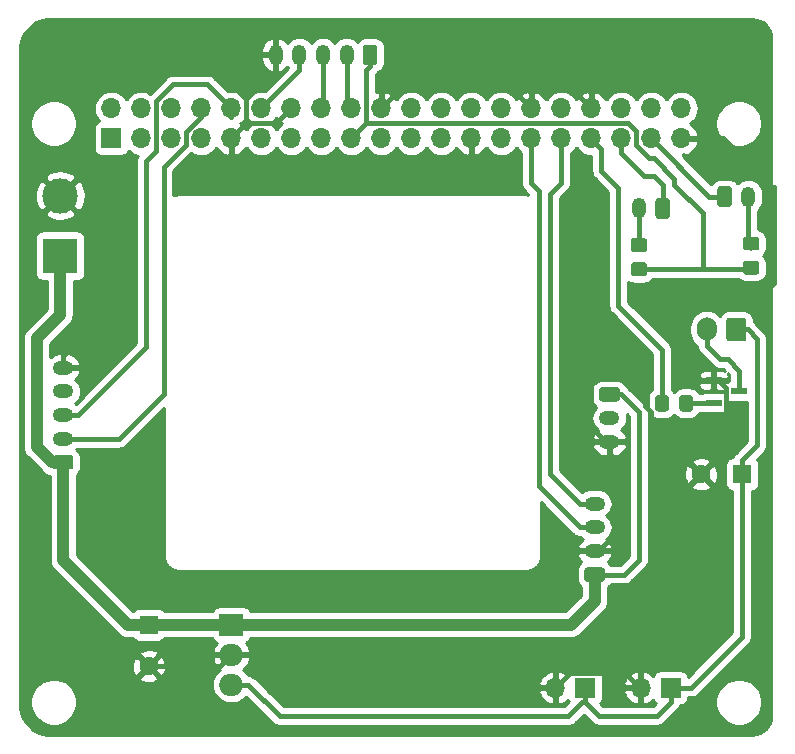
<source format=gbl>
G04 #@! TF.GenerationSoftware,KiCad,Pcbnew,(5.1.0)-1*
G04 #@! TF.CreationDate,2020-09-20T19:40:15+01:00*
G04 #@! TF.ProjectId,Temp Top Board,54656d70-2054-46f7-9020-426f6172642e,-*
G04 #@! TF.SameCoordinates,Original*
G04 #@! TF.FileFunction,Copper,L2,Bot*
G04 #@! TF.FilePolarity,Positive*
%FSLAX46Y46*%
G04 Gerber Fmt 4.6, Leading zero omitted, Abs format (unit mm)*
G04 Created by KiCad (PCBNEW (5.1.0)-1) date 2020-09-20 19:40:15*
%MOMM*%
%LPD*%
G04 APERTURE LIST*
%ADD10C,0.150000*%
%ADD11C,1.200000*%
%ADD12O,1.750000X1.200000*%
%ADD13R,3.000000X3.000000*%
%ADD14C,3.000000*%
%ADD15R,1.700000X1.700000*%
%ADD16O,1.700000X1.700000*%
%ADD17O,1.200000X1.750000*%
%ADD18R,1.600000X1.600000*%
%ADD19C,1.600000*%
%ADD20C,1.700000*%
%ADD21O,1.700000X2.000000*%
%ADD22C,1.150000*%
%ADD23R,1.320800X0.558800*%
%ADD24R,2.000000X1.905000*%
%ADD25O,2.000000X1.905000*%
%ADD26C,0.400000*%
%ADD27C,1.000000*%
%ADD28C,0.254000*%
G04 APERTURE END LIST*
D10*
G36*
X157899505Y-107151204D02*
G01*
X157923773Y-107154804D01*
X157947572Y-107160765D01*
X157970671Y-107169030D01*
X157992850Y-107179520D01*
X158013893Y-107192132D01*
X158033599Y-107206747D01*
X158051777Y-107223223D01*
X158068253Y-107241401D01*
X158082868Y-107261107D01*
X158095480Y-107282150D01*
X158105970Y-107304329D01*
X158114235Y-107327428D01*
X158120196Y-107351227D01*
X158123796Y-107375495D01*
X158125000Y-107399999D01*
X158125000Y-108100001D01*
X158123796Y-108124505D01*
X158120196Y-108148773D01*
X158114235Y-108172572D01*
X158105970Y-108195671D01*
X158095480Y-108217850D01*
X158082868Y-108238893D01*
X158068253Y-108258599D01*
X158051777Y-108276777D01*
X158033599Y-108293253D01*
X158013893Y-108307868D01*
X157992850Y-108320480D01*
X157970671Y-108330970D01*
X157947572Y-108339235D01*
X157923773Y-108345196D01*
X157899505Y-108348796D01*
X157875001Y-108350000D01*
X156624999Y-108350000D01*
X156600495Y-108348796D01*
X156576227Y-108345196D01*
X156552428Y-108339235D01*
X156529329Y-108330970D01*
X156507150Y-108320480D01*
X156486107Y-108307868D01*
X156466401Y-108293253D01*
X156448223Y-108276777D01*
X156431747Y-108258599D01*
X156417132Y-108238893D01*
X156404520Y-108217850D01*
X156394030Y-108195671D01*
X156385765Y-108172572D01*
X156379804Y-108148773D01*
X156376204Y-108124505D01*
X156375000Y-108100001D01*
X156375000Y-107399999D01*
X156376204Y-107375495D01*
X156379804Y-107351227D01*
X156385765Y-107327428D01*
X156394030Y-107304329D01*
X156404520Y-107282150D01*
X156417132Y-107261107D01*
X156431747Y-107241401D01*
X156448223Y-107223223D01*
X156466401Y-107206747D01*
X156486107Y-107192132D01*
X156507150Y-107179520D01*
X156529329Y-107169030D01*
X156552428Y-107160765D01*
X156576227Y-107154804D01*
X156600495Y-107151204D01*
X156624999Y-107150000D01*
X157875001Y-107150000D01*
X157899505Y-107151204D01*
X157899505Y-107151204D01*
G37*
D11*
X157250000Y-107750000D03*
D12*
X157250000Y-105750000D03*
X157250000Y-103750000D03*
X157250000Y-101750000D03*
D10*
G36*
X112899505Y-97651204D02*
G01*
X112923773Y-97654804D01*
X112947572Y-97660765D01*
X112970671Y-97669030D01*
X112992850Y-97679520D01*
X113013893Y-97692132D01*
X113033599Y-97706747D01*
X113051777Y-97723223D01*
X113068253Y-97741401D01*
X113082868Y-97761107D01*
X113095480Y-97782150D01*
X113105970Y-97804329D01*
X113114235Y-97827428D01*
X113120196Y-97851227D01*
X113123796Y-97875495D01*
X113125000Y-97899999D01*
X113125000Y-98600001D01*
X113123796Y-98624505D01*
X113120196Y-98648773D01*
X113114235Y-98672572D01*
X113105970Y-98695671D01*
X113095480Y-98717850D01*
X113082868Y-98738893D01*
X113068253Y-98758599D01*
X113051777Y-98776777D01*
X113033599Y-98793253D01*
X113013893Y-98807868D01*
X112992850Y-98820480D01*
X112970671Y-98830970D01*
X112947572Y-98839235D01*
X112923773Y-98845196D01*
X112899505Y-98848796D01*
X112875001Y-98850000D01*
X111624999Y-98850000D01*
X111600495Y-98848796D01*
X111576227Y-98845196D01*
X111552428Y-98839235D01*
X111529329Y-98830970D01*
X111507150Y-98820480D01*
X111486107Y-98807868D01*
X111466401Y-98793253D01*
X111448223Y-98776777D01*
X111431747Y-98758599D01*
X111417132Y-98738893D01*
X111404520Y-98717850D01*
X111394030Y-98695671D01*
X111385765Y-98672572D01*
X111379804Y-98648773D01*
X111376204Y-98624505D01*
X111375000Y-98600001D01*
X111375000Y-97899999D01*
X111376204Y-97875495D01*
X111379804Y-97851227D01*
X111385765Y-97827428D01*
X111394030Y-97804329D01*
X111404520Y-97782150D01*
X111417132Y-97761107D01*
X111431747Y-97741401D01*
X111448223Y-97723223D01*
X111466401Y-97706747D01*
X111486107Y-97692132D01*
X111507150Y-97679520D01*
X111529329Y-97669030D01*
X111552428Y-97660765D01*
X111576227Y-97654804D01*
X111600495Y-97651204D01*
X111624999Y-97650000D01*
X112875001Y-97650000D01*
X112899505Y-97651204D01*
X112899505Y-97651204D01*
G37*
D11*
X112250000Y-98250000D03*
D12*
X112250000Y-96250000D03*
X112250000Y-94250000D03*
X112250000Y-92250000D03*
X112250000Y-90250000D03*
D13*
X112000000Y-80750000D03*
D14*
X112000000Y-75670000D03*
D15*
X116320000Y-70830000D03*
D16*
X116320000Y-68290000D03*
X118860000Y-70830000D03*
X118860000Y-68290000D03*
X121400000Y-70830000D03*
X121400000Y-68290000D03*
X123940000Y-70830000D03*
X123940000Y-68290000D03*
X126480000Y-70830000D03*
X126480000Y-68290000D03*
X129020000Y-70830000D03*
X129020000Y-68290000D03*
X131560000Y-70830000D03*
X131560000Y-68290000D03*
X134100000Y-70830000D03*
X134100000Y-68290000D03*
X136640000Y-70830000D03*
X136640000Y-68290000D03*
X139180000Y-70830000D03*
X139180000Y-68290000D03*
X141720000Y-70830000D03*
X141720000Y-68290000D03*
X144260000Y-70830000D03*
X144260000Y-68290000D03*
X146800000Y-70830000D03*
X146800000Y-68290000D03*
X149340000Y-70830000D03*
X149340000Y-68290000D03*
X151880000Y-70830000D03*
X151880000Y-68290000D03*
X154420000Y-70830000D03*
X154420000Y-68290000D03*
X156960000Y-70830000D03*
X156960000Y-68290000D03*
X159500000Y-70830000D03*
X159500000Y-68290000D03*
X162040000Y-70830000D03*
X162040000Y-68290000D03*
X164580000Y-70830000D03*
X164580000Y-68290000D03*
D17*
X130250000Y-63750000D03*
X132250000Y-63750000D03*
X134250000Y-63750000D03*
X136250000Y-63750000D03*
D10*
G36*
X138624505Y-62876204D02*
G01*
X138648773Y-62879804D01*
X138672572Y-62885765D01*
X138695671Y-62894030D01*
X138717850Y-62904520D01*
X138738893Y-62917132D01*
X138758599Y-62931747D01*
X138776777Y-62948223D01*
X138793253Y-62966401D01*
X138807868Y-62986107D01*
X138820480Y-63007150D01*
X138830970Y-63029329D01*
X138839235Y-63052428D01*
X138845196Y-63076227D01*
X138848796Y-63100495D01*
X138850000Y-63124999D01*
X138850000Y-64375001D01*
X138848796Y-64399505D01*
X138845196Y-64423773D01*
X138839235Y-64447572D01*
X138830970Y-64470671D01*
X138820480Y-64492850D01*
X138807868Y-64513893D01*
X138793253Y-64533599D01*
X138776777Y-64551777D01*
X138758599Y-64568253D01*
X138738893Y-64582868D01*
X138717850Y-64595480D01*
X138695671Y-64605970D01*
X138672572Y-64614235D01*
X138648773Y-64620196D01*
X138624505Y-64623796D01*
X138600001Y-64625000D01*
X137899999Y-64625000D01*
X137875495Y-64623796D01*
X137851227Y-64620196D01*
X137827428Y-64614235D01*
X137804329Y-64605970D01*
X137782150Y-64595480D01*
X137761107Y-64582868D01*
X137741401Y-64568253D01*
X137723223Y-64551777D01*
X137706747Y-64533599D01*
X137692132Y-64513893D01*
X137679520Y-64492850D01*
X137669030Y-64470671D01*
X137660765Y-64447572D01*
X137654804Y-64423773D01*
X137651204Y-64399505D01*
X137650000Y-64375001D01*
X137650000Y-63124999D01*
X137651204Y-63100495D01*
X137654804Y-63076227D01*
X137660765Y-63052428D01*
X137669030Y-63029329D01*
X137679520Y-63007150D01*
X137692132Y-62986107D01*
X137706747Y-62966401D01*
X137723223Y-62948223D01*
X137741401Y-62931747D01*
X137761107Y-62917132D01*
X137782150Y-62904520D01*
X137804329Y-62894030D01*
X137827428Y-62885765D01*
X137851227Y-62879804D01*
X137875495Y-62876204D01*
X137899999Y-62875000D01*
X138600001Y-62875000D01*
X138624505Y-62876204D01*
X138624505Y-62876204D01*
G37*
D11*
X138250000Y-63750000D03*
D10*
G36*
X159149505Y-91901204D02*
G01*
X159173773Y-91904804D01*
X159197572Y-91910765D01*
X159220671Y-91919030D01*
X159242850Y-91929520D01*
X159263893Y-91942132D01*
X159283599Y-91956747D01*
X159301777Y-91973223D01*
X159318253Y-91991401D01*
X159332868Y-92011107D01*
X159345480Y-92032150D01*
X159355970Y-92054329D01*
X159364235Y-92077428D01*
X159370196Y-92101227D01*
X159373796Y-92125495D01*
X159375000Y-92149999D01*
X159375000Y-92850001D01*
X159373796Y-92874505D01*
X159370196Y-92898773D01*
X159364235Y-92922572D01*
X159355970Y-92945671D01*
X159345480Y-92967850D01*
X159332868Y-92988893D01*
X159318253Y-93008599D01*
X159301777Y-93026777D01*
X159283599Y-93043253D01*
X159263893Y-93057868D01*
X159242850Y-93070480D01*
X159220671Y-93080970D01*
X159197572Y-93089235D01*
X159173773Y-93095196D01*
X159149505Y-93098796D01*
X159125001Y-93100000D01*
X157874999Y-93100000D01*
X157850495Y-93098796D01*
X157826227Y-93095196D01*
X157802428Y-93089235D01*
X157779329Y-93080970D01*
X157757150Y-93070480D01*
X157736107Y-93057868D01*
X157716401Y-93043253D01*
X157698223Y-93026777D01*
X157681747Y-93008599D01*
X157667132Y-92988893D01*
X157654520Y-92967850D01*
X157644030Y-92945671D01*
X157635765Y-92922572D01*
X157629804Y-92898773D01*
X157626204Y-92874505D01*
X157625000Y-92850001D01*
X157625000Y-92149999D01*
X157626204Y-92125495D01*
X157629804Y-92101227D01*
X157635765Y-92077428D01*
X157644030Y-92054329D01*
X157654520Y-92032150D01*
X157667132Y-92011107D01*
X157681747Y-91991401D01*
X157698223Y-91973223D01*
X157716401Y-91956747D01*
X157736107Y-91942132D01*
X157757150Y-91929520D01*
X157779329Y-91919030D01*
X157802428Y-91910765D01*
X157826227Y-91904804D01*
X157850495Y-91901204D01*
X157874999Y-91900000D01*
X159125001Y-91900000D01*
X159149505Y-91901204D01*
X159149505Y-91901204D01*
G37*
D11*
X158500000Y-92500000D03*
D12*
X158500000Y-94500000D03*
X158500000Y-96500000D03*
D10*
G36*
X163374505Y-75876204D02*
G01*
X163398773Y-75879804D01*
X163422572Y-75885765D01*
X163445671Y-75894030D01*
X163467850Y-75904520D01*
X163488893Y-75917132D01*
X163508599Y-75931747D01*
X163526777Y-75948223D01*
X163543253Y-75966401D01*
X163557868Y-75986107D01*
X163570480Y-76007150D01*
X163580970Y-76029329D01*
X163589235Y-76052428D01*
X163595196Y-76076227D01*
X163598796Y-76100495D01*
X163600000Y-76124999D01*
X163600000Y-77375001D01*
X163598796Y-77399505D01*
X163595196Y-77423773D01*
X163589235Y-77447572D01*
X163580970Y-77470671D01*
X163570480Y-77492850D01*
X163557868Y-77513893D01*
X163543253Y-77533599D01*
X163526777Y-77551777D01*
X163508599Y-77568253D01*
X163488893Y-77582868D01*
X163467850Y-77595480D01*
X163445671Y-77605970D01*
X163422572Y-77614235D01*
X163398773Y-77620196D01*
X163374505Y-77623796D01*
X163350001Y-77625000D01*
X162649999Y-77625000D01*
X162625495Y-77623796D01*
X162601227Y-77620196D01*
X162577428Y-77614235D01*
X162554329Y-77605970D01*
X162532150Y-77595480D01*
X162511107Y-77582868D01*
X162491401Y-77568253D01*
X162473223Y-77551777D01*
X162456747Y-77533599D01*
X162442132Y-77513893D01*
X162429520Y-77492850D01*
X162419030Y-77470671D01*
X162410765Y-77447572D01*
X162404804Y-77423773D01*
X162401204Y-77399505D01*
X162400000Y-77375001D01*
X162400000Y-76124999D01*
X162401204Y-76100495D01*
X162404804Y-76076227D01*
X162410765Y-76052428D01*
X162419030Y-76029329D01*
X162429520Y-76007150D01*
X162442132Y-75986107D01*
X162456747Y-75966401D01*
X162473223Y-75948223D01*
X162491401Y-75931747D01*
X162511107Y-75917132D01*
X162532150Y-75904520D01*
X162554329Y-75894030D01*
X162577428Y-75885765D01*
X162601227Y-75879804D01*
X162625495Y-75876204D01*
X162649999Y-75875000D01*
X163350001Y-75875000D01*
X163374505Y-75876204D01*
X163374505Y-75876204D01*
G37*
D11*
X163000000Y-76750000D03*
D17*
X161000000Y-76750000D03*
X170250000Y-75750000D03*
D10*
G36*
X168624505Y-74876204D02*
G01*
X168648773Y-74879804D01*
X168672572Y-74885765D01*
X168695671Y-74894030D01*
X168717850Y-74904520D01*
X168738893Y-74917132D01*
X168758599Y-74931747D01*
X168776777Y-74948223D01*
X168793253Y-74966401D01*
X168807868Y-74986107D01*
X168820480Y-75007150D01*
X168830970Y-75029329D01*
X168839235Y-75052428D01*
X168845196Y-75076227D01*
X168848796Y-75100495D01*
X168850000Y-75124999D01*
X168850000Y-76375001D01*
X168848796Y-76399505D01*
X168845196Y-76423773D01*
X168839235Y-76447572D01*
X168830970Y-76470671D01*
X168820480Y-76492850D01*
X168807868Y-76513893D01*
X168793253Y-76533599D01*
X168776777Y-76551777D01*
X168758599Y-76568253D01*
X168738893Y-76582868D01*
X168717850Y-76595480D01*
X168695671Y-76605970D01*
X168672572Y-76614235D01*
X168648773Y-76620196D01*
X168624505Y-76623796D01*
X168600001Y-76625000D01*
X167899999Y-76625000D01*
X167875495Y-76623796D01*
X167851227Y-76620196D01*
X167827428Y-76614235D01*
X167804329Y-76605970D01*
X167782150Y-76595480D01*
X167761107Y-76582868D01*
X167741401Y-76568253D01*
X167723223Y-76551777D01*
X167706747Y-76533599D01*
X167692132Y-76513893D01*
X167679520Y-76492850D01*
X167669030Y-76470671D01*
X167660765Y-76447572D01*
X167654804Y-76423773D01*
X167651204Y-76399505D01*
X167650000Y-76375001D01*
X167650000Y-75124999D01*
X167651204Y-75100495D01*
X167654804Y-75076227D01*
X167660765Y-75052428D01*
X167669030Y-75029329D01*
X167679520Y-75007150D01*
X167692132Y-74986107D01*
X167706747Y-74966401D01*
X167723223Y-74948223D01*
X167741401Y-74931747D01*
X167761107Y-74917132D01*
X167782150Y-74904520D01*
X167804329Y-74894030D01*
X167827428Y-74885765D01*
X167851227Y-74879804D01*
X167875495Y-74876204D01*
X167899999Y-74875000D01*
X168600001Y-74875000D01*
X168624505Y-74876204D01*
X168624505Y-74876204D01*
G37*
D11*
X168250000Y-75750000D03*
D18*
X119500000Y-112000000D03*
D19*
X119500000Y-115500000D03*
X166250000Y-99250000D03*
D18*
X169750000Y-99250000D03*
D16*
X161134999Y-117325001D03*
D15*
X163674999Y-117325001D03*
X156474999Y-117325001D03*
D16*
X153934999Y-117325001D03*
D10*
G36*
X169874504Y-86001204D02*
G01*
X169898773Y-86004804D01*
X169922571Y-86010765D01*
X169945671Y-86019030D01*
X169967849Y-86029520D01*
X169988893Y-86042133D01*
X170008598Y-86056747D01*
X170026777Y-86073223D01*
X170043253Y-86091402D01*
X170057867Y-86111107D01*
X170070480Y-86132151D01*
X170080970Y-86154329D01*
X170089235Y-86177429D01*
X170095196Y-86201227D01*
X170098796Y-86225496D01*
X170100000Y-86250000D01*
X170100000Y-87750000D01*
X170098796Y-87774504D01*
X170095196Y-87798773D01*
X170089235Y-87822571D01*
X170080970Y-87845671D01*
X170070480Y-87867849D01*
X170057867Y-87888893D01*
X170043253Y-87908598D01*
X170026777Y-87926777D01*
X170008598Y-87943253D01*
X169988893Y-87957867D01*
X169967849Y-87970480D01*
X169945671Y-87980970D01*
X169922571Y-87989235D01*
X169898773Y-87995196D01*
X169874504Y-87998796D01*
X169850000Y-88000000D01*
X168650000Y-88000000D01*
X168625496Y-87998796D01*
X168601227Y-87995196D01*
X168577429Y-87989235D01*
X168554329Y-87980970D01*
X168532151Y-87970480D01*
X168511107Y-87957867D01*
X168491402Y-87943253D01*
X168473223Y-87926777D01*
X168456747Y-87908598D01*
X168442133Y-87888893D01*
X168429520Y-87867849D01*
X168419030Y-87845671D01*
X168410765Y-87822571D01*
X168404804Y-87798773D01*
X168401204Y-87774504D01*
X168400000Y-87750000D01*
X168400000Y-86250000D01*
X168401204Y-86225496D01*
X168404804Y-86201227D01*
X168410765Y-86177429D01*
X168419030Y-86154329D01*
X168429520Y-86132151D01*
X168442133Y-86111107D01*
X168456747Y-86091402D01*
X168473223Y-86073223D01*
X168491402Y-86056747D01*
X168511107Y-86042133D01*
X168532151Y-86029520D01*
X168554329Y-86019030D01*
X168577429Y-86010765D01*
X168601227Y-86004804D01*
X168625496Y-86001204D01*
X168650000Y-86000000D01*
X169850000Y-86000000D01*
X169874504Y-86001204D01*
X169874504Y-86001204D01*
G37*
D20*
X169250000Y-87000000D03*
D21*
X166750000Y-87000000D03*
D10*
G36*
X165349505Y-92551204D02*
G01*
X165373773Y-92554804D01*
X165397572Y-92560765D01*
X165420671Y-92569030D01*
X165442850Y-92579520D01*
X165463893Y-92592132D01*
X165483599Y-92606747D01*
X165501777Y-92623223D01*
X165518253Y-92641401D01*
X165532868Y-92661107D01*
X165545480Y-92682150D01*
X165555970Y-92704329D01*
X165564235Y-92727428D01*
X165570196Y-92751227D01*
X165573796Y-92775495D01*
X165575000Y-92799999D01*
X165575000Y-93700001D01*
X165573796Y-93724505D01*
X165570196Y-93748773D01*
X165564235Y-93772572D01*
X165555970Y-93795671D01*
X165545480Y-93817850D01*
X165532868Y-93838893D01*
X165518253Y-93858599D01*
X165501777Y-93876777D01*
X165483599Y-93893253D01*
X165463893Y-93907868D01*
X165442850Y-93920480D01*
X165420671Y-93930970D01*
X165397572Y-93939235D01*
X165373773Y-93945196D01*
X165349505Y-93948796D01*
X165325001Y-93950000D01*
X164674999Y-93950000D01*
X164650495Y-93948796D01*
X164626227Y-93945196D01*
X164602428Y-93939235D01*
X164579329Y-93930970D01*
X164557150Y-93920480D01*
X164536107Y-93907868D01*
X164516401Y-93893253D01*
X164498223Y-93876777D01*
X164481747Y-93858599D01*
X164467132Y-93838893D01*
X164454520Y-93817850D01*
X164444030Y-93795671D01*
X164435765Y-93772572D01*
X164429804Y-93748773D01*
X164426204Y-93724505D01*
X164425000Y-93700001D01*
X164425000Y-92799999D01*
X164426204Y-92775495D01*
X164429804Y-92751227D01*
X164435765Y-92727428D01*
X164444030Y-92704329D01*
X164454520Y-92682150D01*
X164467132Y-92661107D01*
X164481747Y-92641401D01*
X164498223Y-92623223D01*
X164516401Y-92606747D01*
X164536107Y-92592132D01*
X164557150Y-92579520D01*
X164579329Y-92569030D01*
X164602428Y-92560765D01*
X164626227Y-92554804D01*
X164650495Y-92551204D01*
X164674999Y-92550000D01*
X165325001Y-92550000D01*
X165349505Y-92551204D01*
X165349505Y-92551204D01*
G37*
D22*
X165000000Y-93250000D03*
D10*
G36*
X163299505Y-92551204D02*
G01*
X163323773Y-92554804D01*
X163347572Y-92560765D01*
X163370671Y-92569030D01*
X163392850Y-92579520D01*
X163413893Y-92592132D01*
X163433599Y-92606747D01*
X163451777Y-92623223D01*
X163468253Y-92641401D01*
X163482868Y-92661107D01*
X163495480Y-92682150D01*
X163505970Y-92704329D01*
X163514235Y-92727428D01*
X163520196Y-92751227D01*
X163523796Y-92775495D01*
X163525000Y-92799999D01*
X163525000Y-93700001D01*
X163523796Y-93724505D01*
X163520196Y-93748773D01*
X163514235Y-93772572D01*
X163505970Y-93795671D01*
X163495480Y-93817850D01*
X163482868Y-93838893D01*
X163468253Y-93858599D01*
X163451777Y-93876777D01*
X163433599Y-93893253D01*
X163413893Y-93907868D01*
X163392850Y-93920480D01*
X163370671Y-93930970D01*
X163347572Y-93939235D01*
X163323773Y-93945196D01*
X163299505Y-93948796D01*
X163275001Y-93950000D01*
X162624999Y-93950000D01*
X162600495Y-93948796D01*
X162576227Y-93945196D01*
X162552428Y-93939235D01*
X162529329Y-93930970D01*
X162507150Y-93920480D01*
X162486107Y-93907868D01*
X162466401Y-93893253D01*
X162448223Y-93876777D01*
X162431747Y-93858599D01*
X162417132Y-93838893D01*
X162404520Y-93817850D01*
X162394030Y-93795671D01*
X162385765Y-93772572D01*
X162379804Y-93748773D01*
X162376204Y-93724505D01*
X162375000Y-93700001D01*
X162375000Y-92799999D01*
X162376204Y-92775495D01*
X162379804Y-92751227D01*
X162385765Y-92727428D01*
X162394030Y-92704329D01*
X162404520Y-92682150D01*
X162417132Y-92661107D01*
X162431747Y-92641401D01*
X162448223Y-92623223D01*
X162466401Y-92606747D01*
X162486107Y-92592132D01*
X162507150Y-92579520D01*
X162529329Y-92569030D01*
X162552428Y-92560765D01*
X162576227Y-92554804D01*
X162600495Y-92551204D01*
X162624999Y-92550000D01*
X163275001Y-92550000D01*
X163299505Y-92551204D01*
X163299505Y-92551204D01*
G37*
D22*
X162950000Y-93250000D03*
D10*
G36*
X161474505Y-81326204D02*
G01*
X161498773Y-81329804D01*
X161522572Y-81335765D01*
X161545671Y-81344030D01*
X161567850Y-81354520D01*
X161588893Y-81367132D01*
X161608599Y-81381747D01*
X161626777Y-81398223D01*
X161643253Y-81416401D01*
X161657868Y-81436107D01*
X161670480Y-81457150D01*
X161680970Y-81479329D01*
X161689235Y-81502428D01*
X161695196Y-81526227D01*
X161698796Y-81550495D01*
X161700000Y-81574999D01*
X161700000Y-82225001D01*
X161698796Y-82249505D01*
X161695196Y-82273773D01*
X161689235Y-82297572D01*
X161680970Y-82320671D01*
X161670480Y-82342850D01*
X161657868Y-82363893D01*
X161643253Y-82383599D01*
X161626777Y-82401777D01*
X161608599Y-82418253D01*
X161588893Y-82432868D01*
X161567850Y-82445480D01*
X161545671Y-82455970D01*
X161522572Y-82464235D01*
X161498773Y-82470196D01*
X161474505Y-82473796D01*
X161450001Y-82475000D01*
X160549999Y-82475000D01*
X160525495Y-82473796D01*
X160501227Y-82470196D01*
X160477428Y-82464235D01*
X160454329Y-82455970D01*
X160432150Y-82445480D01*
X160411107Y-82432868D01*
X160391401Y-82418253D01*
X160373223Y-82401777D01*
X160356747Y-82383599D01*
X160342132Y-82363893D01*
X160329520Y-82342850D01*
X160319030Y-82320671D01*
X160310765Y-82297572D01*
X160304804Y-82273773D01*
X160301204Y-82249505D01*
X160300000Y-82225001D01*
X160300000Y-81574999D01*
X160301204Y-81550495D01*
X160304804Y-81526227D01*
X160310765Y-81502428D01*
X160319030Y-81479329D01*
X160329520Y-81457150D01*
X160342132Y-81436107D01*
X160356747Y-81416401D01*
X160373223Y-81398223D01*
X160391401Y-81381747D01*
X160411107Y-81367132D01*
X160432150Y-81354520D01*
X160454329Y-81344030D01*
X160477428Y-81335765D01*
X160501227Y-81329804D01*
X160525495Y-81326204D01*
X160549999Y-81325000D01*
X161450001Y-81325000D01*
X161474505Y-81326204D01*
X161474505Y-81326204D01*
G37*
D22*
X161000000Y-81900000D03*
D10*
G36*
X161474505Y-79276204D02*
G01*
X161498773Y-79279804D01*
X161522572Y-79285765D01*
X161545671Y-79294030D01*
X161567850Y-79304520D01*
X161588893Y-79317132D01*
X161608599Y-79331747D01*
X161626777Y-79348223D01*
X161643253Y-79366401D01*
X161657868Y-79386107D01*
X161670480Y-79407150D01*
X161680970Y-79429329D01*
X161689235Y-79452428D01*
X161695196Y-79476227D01*
X161698796Y-79500495D01*
X161700000Y-79524999D01*
X161700000Y-80175001D01*
X161698796Y-80199505D01*
X161695196Y-80223773D01*
X161689235Y-80247572D01*
X161680970Y-80270671D01*
X161670480Y-80292850D01*
X161657868Y-80313893D01*
X161643253Y-80333599D01*
X161626777Y-80351777D01*
X161608599Y-80368253D01*
X161588893Y-80382868D01*
X161567850Y-80395480D01*
X161545671Y-80405970D01*
X161522572Y-80414235D01*
X161498773Y-80420196D01*
X161474505Y-80423796D01*
X161450001Y-80425000D01*
X160549999Y-80425000D01*
X160525495Y-80423796D01*
X160501227Y-80420196D01*
X160477428Y-80414235D01*
X160454329Y-80405970D01*
X160432150Y-80395480D01*
X160411107Y-80382868D01*
X160391401Y-80368253D01*
X160373223Y-80351777D01*
X160356747Y-80333599D01*
X160342132Y-80313893D01*
X160329520Y-80292850D01*
X160319030Y-80270671D01*
X160310765Y-80247572D01*
X160304804Y-80223773D01*
X160301204Y-80199505D01*
X160300000Y-80175001D01*
X160300000Y-79524999D01*
X160301204Y-79500495D01*
X160304804Y-79476227D01*
X160310765Y-79452428D01*
X160319030Y-79429329D01*
X160329520Y-79407150D01*
X160342132Y-79386107D01*
X160356747Y-79366401D01*
X160373223Y-79348223D01*
X160391401Y-79331747D01*
X160411107Y-79317132D01*
X160432150Y-79304520D01*
X160454329Y-79294030D01*
X160477428Y-79285765D01*
X160501227Y-79279804D01*
X160525495Y-79276204D01*
X160549999Y-79275000D01*
X161450001Y-79275000D01*
X161474505Y-79276204D01*
X161474505Y-79276204D01*
G37*
D22*
X161000000Y-79850000D03*
D10*
G36*
X170974505Y-79151204D02*
G01*
X170998773Y-79154804D01*
X171022572Y-79160765D01*
X171045671Y-79169030D01*
X171067850Y-79179520D01*
X171088893Y-79192132D01*
X171108599Y-79206747D01*
X171126777Y-79223223D01*
X171143253Y-79241401D01*
X171157868Y-79261107D01*
X171170480Y-79282150D01*
X171180970Y-79304329D01*
X171189235Y-79327428D01*
X171195196Y-79351227D01*
X171198796Y-79375495D01*
X171200000Y-79399999D01*
X171200000Y-80050001D01*
X171198796Y-80074505D01*
X171195196Y-80098773D01*
X171189235Y-80122572D01*
X171180970Y-80145671D01*
X171170480Y-80167850D01*
X171157868Y-80188893D01*
X171143253Y-80208599D01*
X171126777Y-80226777D01*
X171108599Y-80243253D01*
X171088893Y-80257868D01*
X171067850Y-80270480D01*
X171045671Y-80280970D01*
X171022572Y-80289235D01*
X170998773Y-80295196D01*
X170974505Y-80298796D01*
X170950001Y-80300000D01*
X170049999Y-80300000D01*
X170025495Y-80298796D01*
X170001227Y-80295196D01*
X169977428Y-80289235D01*
X169954329Y-80280970D01*
X169932150Y-80270480D01*
X169911107Y-80257868D01*
X169891401Y-80243253D01*
X169873223Y-80226777D01*
X169856747Y-80208599D01*
X169842132Y-80188893D01*
X169829520Y-80167850D01*
X169819030Y-80145671D01*
X169810765Y-80122572D01*
X169804804Y-80098773D01*
X169801204Y-80074505D01*
X169800000Y-80050001D01*
X169800000Y-79399999D01*
X169801204Y-79375495D01*
X169804804Y-79351227D01*
X169810765Y-79327428D01*
X169819030Y-79304329D01*
X169829520Y-79282150D01*
X169842132Y-79261107D01*
X169856747Y-79241401D01*
X169873223Y-79223223D01*
X169891401Y-79206747D01*
X169911107Y-79192132D01*
X169932150Y-79179520D01*
X169954329Y-79169030D01*
X169977428Y-79160765D01*
X170001227Y-79154804D01*
X170025495Y-79151204D01*
X170049999Y-79150000D01*
X170950001Y-79150000D01*
X170974505Y-79151204D01*
X170974505Y-79151204D01*
G37*
D22*
X170500000Y-79725000D03*
D10*
G36*
X170974505Y-81201204D02*
G01*
X170998773Y-81204804D01*
X171022572Y-81210765D01*
X171045671Y-81219030D01*
X171067850Y-81229520D01*
X171088893Y-81242132D01*
X171108599Y-81256747D01*
X171126777Y-81273223D01*
X171143253Y-81291401D01*
X171157868Y-81311107D01*
X171170480Y-81332150D01*
X171180970Y-81354329D01*
X171189235Y-81377428D01*
X171195196Y-81401227D01*
X171198796Y-81425495D01*
X171200000Y-81449999D01*
X171200000Y-82100001D01*
X171198796Y-82124505D01*
X171195196Y-82148773D01*
X171189235Y-82172572D01*
X171180970Y-82195671D01*
X171170480Y-82217850D01*
X171157868Y-82238893D01*
X171143253Y-82258599D01*
X171126777Y-82276777D01*
X171108599Y-82293253D01*
X171088893Y-82307868D01*
X171067850Y-82320480D01*
X171045671Y-82330970D01*
X171022572Y-82339235D01*
X170998773Y-82345196D01*
X170974505Y-82348796D01*
X170950001Y-82350000D01*
X170049999Y-82350000D01*
X170025495Y-82348796D01*
X170001227Y-82345196D01*
X169977428Y-82339235D01*
X169954329Y-82330970D01*
X169932150Y-82320480D01*
X169911107Y-82307868D01*
X169891401Y-82293253D01*
X169873223Y-82276777D01*
X169856747Y-82258599D01*
X169842132Y-82238893D01*
X169829520Y-82217850D01*
X169819030Y-82195671D01*
X169810765Y-82172572D01*
X169804804Y-82148773D01*
X169801204Y-82124505D01*
X169800000Y-82100001D01*
X169800000Y-81449999D01*
X169801204Y-81425495D01*
X169804804Y-81401227D01*
X169810765Y-81377428D01*
X169819030Y-81354329D01*
X169829520Y-81332150D01*
X169842132Y-81311107D01*
X169856747Y-81291401D01*
X169873223Y-81273223D01*
X169891401Y-81256747D01*
X169911107Y-81242132D01*
X169932150Y-81229520D01*
X169954329Y-81219030D01*
X169977428Y-81210765D01*
X170001227Y-81204804D01*
X170025495Y-81201204D01*
X170049999Y-81200000D01*
X170950001Y-81200000D01*
X170974505Y-81201204D01*
X170974505Y-81201204D01*
G37*
D22*
X170500000Y-81775000D03*
D23*
X169500000Y-92250000D03*
X167315600Y-91310200D03*
X167315600Y-93189800D03*
D24*
X126500000Y-112000000D03*
D25*
X126500000Y-114540000D03*
X126500000Y-117080000D03*
D26*
X170375000Y-81900000D02*
X170500000Y-81775000D01*
X166400000Y-81900000D02*
X170375000Y-81900000D01*
X161000000Y-81900000D02*
X166400000Y-81900000D01*
X137489999Y-69980001D02*
X136640000Y-70830000D01*
X137929999Y-69540001D02*
X137489999Y-69980001D01*
X160060003Y-69540001D02*
X137929999Y-69540001D01*
X160750001Y-70229999D02*
X160060003Y-69540001D01*
X166400000Y-81900000D02*
X166400000Y-77150000D01*
X166400000Y-77150000D02*
X164000000Y-74750000D01*
X164000000Y-74750000D02*
X164000000Y-74250000D01*
X164000000Y-74250000D02*
X162250000Y-72500000D01*
X160750000Y-71390002D02*
X160750001Y-70229999D01*
X162250000Y-72500000D02*
X161859998Y-72500000D01*
X161859998Y-72500000D02*
X160750000Y-71390002D01*
X138250000Y-64725000D02*
X138250000Y-63750000D01*
X137929999Y-65045001D02*
X138250000Y-64725000D01*
X137929999Y-69540001D02*
X137929999Y-65045001D01*
X166255200Y-91310200D02*
X165000000Y-90055000D01*
X167315600Y-91310200D02*
X166255200Y-91310200D01*
X165000000Y-90055000D02*
X165000000Y-85500000D01*
X165000000Y-85500000D02*
X166250000Y-84250000D01*
X166250000Y-84250000D02*
X171250000Y-84250000D01*
X171250000Y-84250000D02*
X172437990Y-83062010D01*
X172437990Y-83062010D02*
X172437990Y-74937990D01*
X165782081Y-70830000D02*
X164580000Y-70830000D01*
X168129998Y-70830000D02*
X165782081Y-70830000D01*
X172237988Y-74937990D02*
X168129998Y-70830000D01*
X172437990Y-74937990D02*
X172237988Y-74937990D01*
X125540000Y-115500000D02*
X126500000Y-114540000D01*
X119500000Y-115500000D02*
X125540000Y-115500000D01*
X131899998Y-114540000D02*
X134684999Y-117325001D01*
X126500000Y-114540000D02*
X131899998Y-114540000D01*
X160285000Y-116475002D02*
X161134999Y-117325001D01*
X159884998Y-116075000D02*
X160285000Y-116475002D01*
X155185000Y-116075000D02*
X159884998Y-116075000D01*
X153934999Y-117325001D02*
X155185000Y-116075000D01*
X112000000Y-75670000D02*
X115000000Y-78670000D01*
X112250000Y-89250000D02*
X112250000Y-90250000D01*
X115000000Y-86500000D02*
X112250000Y-89250000D01*
X115000000Y-78670000D02*
X115000000Y-86500000D01*
X130250000Y-65025000D02*
X130250000Y-63750000D01*
X127769999Y-67505001D02*
X130250000Y-65025000D01*
X127769999Y-69540001D02*
X127769999Y-67505001D01*
X126480000Y-70830000D02*
X127769999Y-69540001D01*
X127769999Y-67505001D02*
X124514998Y-64250000D01*
X113499999Y-74170001D02*
X112000000Y-75670000D01*
X113499999Y-68500001D02*
X113499999Y-74170001D01*
X117750000Y-64250000D02*
X113499999Y-68500001D01*
X124514998Y-64250000D02*
X117750000Y-64250000D01*
X158500000Y-97500000D02*
X159500000Y-98500000D01*
X158500000Y-96500000D02*
X158500000Y-97500000D01*
X157525000Y-105750000D02*
X157250000Y-105750000D01*
X159500000Y-103775000D02*
X157525000Y-105750000D01*
X159500000Y-98500000D02*
X159500000Y-103775000D01*
X167049999Y-98450001D02*
X166250000Y-99250000D01*
X168376000Y-97124000D02*
X167049999Y-98450001D01*
X168376000Y-91989600D02*
X168376000Y-97124000D01*
X167696600Y-91310200D02*
X168376000Y-91989600D01*
X167315600Y-91310200D02*
X167696600Y-91310200D01*
X156750000Y-91250000D02*
X156750000Y-95025000D01*
X166250000Y-99250000D02*
X162000000Y-95000000D01*
X157250000Y-90750000D02*
X156750000Y-91250000D01*
X162000000Y-95000000D02*
X162000000Y-93994256D01*
X162000000Y-93994256D02*
X161500000Y-93494256D01*
X161500000Y-93494256D02*
X161500000Y-91750000D01*
X161500000Y-91750000D02*
X160500000Y-90750000D01*
X158225000Y-96500000D02*
X158500000Y-96500000D01*
X156750000Y-95025000D02*
X158225000Y-96500000D01*
X160500000Y-90750000D02*
X157250000Y-90750000D01*
X119500000Y-115500000D02*
X118700001Y-114700001D01*
X112000000Y-75670000D02*
X108750000Y-78920000D01*
X108750000Y-78920000D02*
X108750000Y-108000000D01*
X115450001Y-114700001D02*
X117450001Y-114700001D01*
X108750000Y-108000000D02*
X115450001Y-114700001D01*
X118700001Y-114700001D02*
X117450001Y-114700001D01*
X117450001Y-114700001D02*
X117200001Y-114700001D01*
X134684999Y-117325001D02*
X153934999Y-117325001D01*
X130309999Y-69540001D02*
X131560000Y-68290000D01*
X127769999Y-69540001D02*
X130309999Y-69540001D01*
X139180000Y-68290000D02*
X140970000Y-66500000D01*
X150090000Y-66500000D02*
X151880000Y-68290000D01*
X140970000Y-66500000D02*
X150090000Y-66500000D01*
X155170000Y-66500000D02*
X156960000Y-68290000D01*
X150090000Y-66500000D02*
X155170000Y-66500000D01*
X122650001Y-70269997D02*
X122650001Y-71349999D01*
X123940000Y-68290000D02*
X123940000Y-68979998D01*
X123940000Y-68979998D02*
X122650001Y-70269997D01*
X122650001Y-71349999D02*
X120750000Y-73250000D01*
X120750000Y-73250000D02*
X120750000Y-92500000D01*
X117000000Y-96250000D02*
X112250000Y-96250000D01*
X120750000Y-92500000D02*
X117000000Y-96250000D01*
X126480000Y-68290000D02*
X126480000Y-68979998D01*
X113525000Y-94250000D02*
X119250000Y-88525000D01*
X112250000Y-94250000D02*
X113525000Y-94250000D01*
X119250000Y-88525000D02*
X119250000Y-72750000D01*
X120149999Y-67689999D02*
X121589998Y-66250000D01*
X119250000Y-72750000D02*
X120149999Y-71850001D01*
X120149999Y-71850001D02*
X120149999Y-67689999D01*
X124440000Y-66250000D02*
X126480000Y-68290000D01*
X121589998Y-66250000D02*
X124440000Y-66250000D01*
X159500000Y-72032081D02*
X161467919Y-74000000D01*
X159500000Y-70830000D02*
X159500000Y-72032081D01*
X161467919Y-74000000D02*
X162250000Y-74000000D01*
X162250000Y-74000000D02*
X163000000Y-74750000D01*
X163000000Y-74750000D02*
X163000000Y-76750000D01*
X166960000Y-75750000D02*
X168250000Y-75750000D01*
X162040000Y-70830000D02*
X166960000Y-75750000D01*
X155975000Y-103750000D02*
X152500000Y-100275000D01*
X157250000Y-103750000D02*
X155975000Y-103750000D01*
X152500000Y-100275000D02*
X152500000Y-75250000D01*
X151880000Y-74630000D02*
X151880000Y-70830000D01*
X152500000Y-75250000D02*
X151880000Y-74630000D01*
X156000000Y-101750000D02*
X157250000Y-101750000D01*
X153500000Y-99250000D02*
X156000000Y-101750000D01*
X153500000Y-75500000D02*
X153500000Y-99250000D01*
X154420000Y-70830000D02*
X154420000Y-74580000D01*
X154420000Y-74580000D02*
X153500000Y-75500000D01*
X134250000Y-68140000D02*
X134100000Y-68290000D01*
X134250000Y-63750000D02*
X134250000Y-68140000D01*
X161000000Y-79850000D02*
X161000000Y-76750000D01*
X170250000Y-79475000D02*
X170500000Y-79725000D01*
X170250000Y-75750000D02*
X170250000Y-79475000D01*
X136250000Y-67900000D02*
X136640000Y-68290000D01*
X136250000Y-63750000D02*
X136250000Y-67900000D01*
D27*
X117700000Y-112000000D02*
X119500000Y-112000000D01*
X112250000Y-106550000D02*
X117700000Y-112000000D01*
X112250000Y-98250000D02*
X112250000Y-106550000D01*
X119500000Y-112000000D02*
X126500000Y-112000000D01*
X126500000Y-112000000D02*
X155250000Y-112000000D01*
X155250000Y-112000000D02*
X157250000Y-110000000D01*
X157250000Y-110000000D02*
X157250000Y-107750000D01*
D26*
X159750000Y-107750000D02*
X157250000Y-107750000D01*
X161000000Y-106500000D02*
X159750000Y-107750000D01*
X161000000Y-94025000D02*
X161000000Y-106500000D01*
X158500000Y-92500000D02*
X159475000Y-92500000D01*
X159475000Y-92500000D02*
X161000000Y-94025000D01*
D27*
X111275000Y-98250000D02*
X112250000Y-98250000D01*
X110000000Y-96975000D02*
X111275000Y-98250000D01*
X110000000Y-87750000D02*
X110000000Y-96975000D01*
X112000000Y-80750000D02*
X112000000Y-85750000D01*
X112000000Y-85750000D02*
X110000000Y-87750000D01*
D26*
X157809999Y-71679999D02*
X157809999Y-73559999D01*
X156960000Y-70830000D02*
X157809999Y-71679999D01*
X157809999Y-73559999D02*
X159250000Y-75000000D01*
X159250000Y-75000000D02*
X159250000Y-85000000D01*
X162950000Y-88700000D02*
X162950000Y-93250000D01*
X159250000Y-85000000D02*
X162950000Y-88700000D01*
X170200000Y-87000000D02*
X171000000Y-87800000D01*
X169250000Y-87000000D02*
X170200000Y-87000000D01*
X169750000Y-98050000D02*
X169750000Y-99250000D01*
X171000000Y-96800000D02*
X169750000Y-98050000D01*
X171000000Y-87800000D02*
X171000000Y-96800000D01*
X169750000Y-113000000D02*
X169750000Y-99250000D01*
X165424999Y-117325001D02*
X169750000Y-113000000D01*
X156474999Y-118575001D02*
X157649998Y-119750000D01*
X156474999Y-117325001D02*
X156474999Y-118575001D01*
X163674999Y-118575001D02*
X163674999Y-117325001D01*
X162500000Y-119750000D02*
X163674999Y-118575001D01*
X157649998Y-119750000D02*
X162500000Y-119750000D01*
X127900000Y-117080000D02*
X130570000Y-119750000D01*
X126500000Y-117080000D02*
X127900000Y-117080000D01*
X156474999Y-118575001D02*
X156174999Y-118575001D01*
X155000000Y-119750000D02*
X138250000Y-119750000D01*
X156174999Y-118575001D02*
X155000000Y-119750000D01*
X130570000Y-119750000D02*
X138250000Y-119750000D01*
X138250000Y-119750000D02*
X138399998Y-119750000D01*
X163674999Y-117325001D02*
X165424999Y-117325001D01*
X132250000Y-65060000D02*
X132250000Y-63750000D01*
X129020000Y-68290000D02*
X132250000Y-65060000D01*
X166750000Y-88400000D02*
X167850000Y-89500000D01*
X166750000Y-87000000D02*
X166750000Y-88400000D01*
X167850000Y-89500000D02*
X168500000Y-89500000D01*
X169500000Y-90500000D02*
X169500000Y-92250000D01*
X168500000Y-89500000D02*
X169500000Y-90500000D01*
X167255400Y-93250000D02*
X167315600Y-93189800D01*
X165000000Y-93250000D02*
X167255400Y-93250000D01*
D28*
G36*
X170912333Y-60771714D02*
G01*
X171210842Y-60861839D01*
X171486162Y-61008229D01*
X171727805Y-61205308D01*
X171926567Y-61445571D01*
X172074874Y-61719858D01*
X172167081Y-62017734D01*
X172203001Y-62359487D01*
X172203000Y-119661494D01*
X172169286Y-120005332D01*
X172079161Y-120303843D01*
X171932771Y-120579162D01*
X171735692Y-120820805D01*
X171495432Y-121019565D01*
X171221143Y-121167873D01*
X170923266Y-121260081D01*
X170581522Y-121296000D01*
X110983904Y-121296000D01*
X110501384Y-121248688D01*
X110069473Y-121118287D01*
X109683519Y-120913072D01*
X108933562Y-120088120D01*
X108819315Y-119876825D01*
X108685900Y-119445834D01*
X108635400Y-118965346D01*
X108635400Y-118364495D01*
X109465000Y-118364495D01*
X109465000Y-118755505D01*
X109541282Y-119139003D01*
X109690915Y-119500250D01*
X109908149Y-119825364D01*
X110184636Y-120101851D01*
X110509750Y-120319085D01*
X110870997Y-120468718D01*
X111254495Y-120545000D01*
X111645505Y-120545000D01*
X112029003Y-120468718D01*
X112390250Y-120319085D01*
X112715364Y-120101851D01*
X112991851Y-119825364D01*
X113209085Y-119500250D01*
X113358718Y-119139003D01*
X113435000Y-118755505D01*
X113435000Y-118364495D01*
X113358718Y-117980997D01*
X113209085Y-117619750D01*
X112991851Y-117294636D01*
X112715364Y-117018149D01*
X112390250Y-116800915D01*
X112029003Y-116651282D01*
X111645505Y-116575000D01*
X111254495Y-116575000D01*
X110870997Y-116651282D01*
X110509750Y-116800915D01*
X110184636Y-117018149D01*
X109908149Y-117294636D01*
X109690915Y-117619750D01*
X109541282Y-117980997D01*
X109465000Y-118364495D01*
X108635400Y-118364495D01*
X108635400Y-116492702D01*
X118686903Y-116492702D01*
X118758486Y-116736671D01*
X119013996Y-116857571D01*
X119288184Y-116926300D01*
X119570512Y-116940217D01*
X119850130Y-116898787D01*
X120116292Y-116803603D01*
X120241514Y-116736671D01*
X120313097Y-116492702D01*
X119500000Y-115679605D01*
X118686903Y-116492702D01*
X108635400Y-116492702D01*
X108635400Y-115570512D01*
X118059783Y-115570512D01*
X118101213Y-115850130D01*
X118196397Y-116116292D01*
X118263329Y-116241514D01*
X118507298Y-116313097D01*
X119320395Y-115500000D01*
X119679605Y-115500000D01*
X120492702Y-116313097D01*
X120736671Y-116241514D01*
X120857571Y-115986004D01*
X120926300Y-115711816D01*
X120940217Y-115429488D01*
X120898787Y-115149870D01*
X120803603Y-114883708D01*
X120736671Y-114758486D01*
X120492702Y-114686903D01*
X119679605Y-115500000D01*
X119320395Y-115500000D01*
X118507298Y-114686903D01*
X118263329Y-114758486D01*
X118142429Y-115013996D01*
X118073700Y-115288184D01*
X118059783Y-115570512D01*
X108635400Y-115570512D01*
X108635400Y-114507298D01*
X118686903Y-114507298D01*
X119500000Y-115320395D01*
X120313097Y-114507298D01*
X120241514Y-114263329D01*
X119986004Y-114142429D01*
X119711816Y-114073700D01*
X119429488Y-114059783D01*
X119149870Y-114101213D01*
X118883708Y-114196397D01*
X118758486Y-114263329D01*
X118686903Y-114507298D01*
X108635400Y-114507298D01*
X108635400Y-87750000D01*
X108859509Y-87750000D01*
X108865000Y-87805752D01*
X108865001Y-96919239D01*
X108859509Y-96975000D01*
X108881423Y-97197498D01*
X108946324Y-97411446D01*
X108946325Y-97411447D01*
X109051717Y-97608623D01*
X109193552Y-97781449D01*
X109236860Y-97816991D01*
X110433008Y-99013140D01*
X110468551Y-99056449D01*
X110641377Y-99198284D01*
X110838553Y-99303676D01*
X111052501Y-99368577D01*
X111115000Y-99374733D01*
X111115001Y-106494239D01*
X111109509Y-106550000D01*
X111131423Y-106772498D01*
X111196324Y-106986446D01*
X111236376Y-107061377D01*
X111301717Y-107183623D01*
X111443552Y-107356449D01*
X111486860Y-107391991D01*
X116858009Y-112763141D01*
X116893551Y-112806449D01*
X117066377Y-112948284D01*
X117239873Y-113041019D01*
X117263553Y-113053676D01*
X117477501Y-113118577D01*
X117700000Y-113140491D01*
X117755751Y-113135000D01*
X118159043Y-113135000D01*
X118169463Y-113154494D01*
X118248815Y-113251185D01*
X118345506Y-113330537D01*
X118455820Y-113389502D01*
X118575518Y-113425812D01*
X118700000Y-113438072D01*
X120300000Y-113438072D01*
X120424482Y-113425812D01*
X120544180Y-113389502D01*
X120654494Y-113330537D01*
X120751185Y-113251185D01*
X120830537Y-113154494D01*
X120840957Y-113135000D01*
X124891788Y-113135000D01*
X124910498Y-113196680D01*
X124969463Y-113306994D01*
X125048815Y-113403685D01*
X125145506Y-113483037D01*
X125237219Y-113532059D01*
X125124031Y-113673077D01*
X124980429Y-113948906D01*
X124909437Y-114167020D01*
X125029406Y-114413000D01*
X126373000Y-114413000D01*
X126373000Y-114393000D01*
X126627000Y-114393000D01*
X126627000Y-114413000D01*
X127970594Y-114413000D01*
X128090563Y-114167020D01*
X128019571Y-113948906D01*
X127875969Y-113673077D01*
X127762781Y-113532059D01*
X127854494Y-113483037D01*
X127951185Y-113403685D01*
X128030537Y-113306994D01*
X128089502Y-113196680D01*
X128108212Y-113135000D01*
X155194249Y-113135000D01*
X155250000Y-113140491D01*
X155305751Y-113135000D01*
X155305752Y-113135000D01*
X155472499Y-113118577D01*
X155686447Y-113053676D01*
X155883623Y-112948284D01*
X156056449Y-112806449D01*
X156091996Y-112763135D01*
X158013141Y-110841991D01*
X158056449Y-110806449D01*
X158198284Y-110633623D01*
X158303676Y-110436447D01*
X158368577Y-110222499D01*
X158385000Y-110055752D01*
X158385000Y-110055751D01*
X158390491Y-110000001D01*
X158385000Y-109944249D01*
X158385000Y-108824771D01*
X158502962Y-108727962D01*
X158613405Y-108593387D01*
X158617888Y-108585000D01*
X159708982Y-108585000D01*
X159750000Y-108589040D01*
X159791018Y-108585000D01*
X159791019Y-108585000D01*
X159913689Y-108572918D01*
X160071087Y-108525172D01*
X160216146Y-108447636D01*
X160343291Y-108343291D01*
X160369445Y-108311422D01*
X161561432Y-107119437D01*
X161593291Y-107093291D01*
X161620256Y-107060435D01*
X161697636Y-106966146D01*
X161775172Y-106821087D01*
X161822918Y-106663689D01*
X161829697Y-106594863D01*
X161835000Y-106541019D01*
X161839040Y-106500000D01*
X161835000Y-106458982D01*
X161835000Y-100242702D01*
X165436903Y-100242702D01*
X165508486Y-100486671D01*
X165763996Y-100607571D01*
X166038184Y-100676300D01*
X166320512Y-100690217D01*
X166600130Y-100648787D01*
X166866292Y-100553603D01*
X166991514Y-100486671D01*
X167063097Y-100242702D01*
X166250000Y-99429605D01*
X165436903Y-100242702D01*
X161835000Y-100242702D01*
X161835000Y-99320512D01*
X164809783Y-99320512D01*
X164851213Y-99600130D01*
X164946397Y-99866292D01*
X165013329Y-99991514D01*
X165257298Y-100063097D01*
X166070395Y-99250000D01*
X166429605Y-99250000D01*
X167242702Y-100063097D01*
X167486671Y-99991514D01*
X167607571Y-99736004D01*
X167676300Y-99461816D01*
X167690217Y-99179488D01*
X167648787Y-98899870D01*
X167553603Y-98633708D01*
X167486671Y-98508486D01*
X167242702Y-98436903D01*
X166429605Y-99250000D01*
X166070395Y-99250000D01*
X165257298Y-98436903D01*
X165013329Y-98508486D01*
X164892429Y-98763996D01*
X164823700Y-99038184D01*
X164809783Y-99320512D01*
X161835000Y-99320512D01*
X161835000Y-98257298D01*
X165436903Y-98257298D01*
X166250000Y-99070395D01*
X167063097Y-98257298D01*
X166991514Y-98013329D01*
X166736004Y-97892429D01*
X166461816Y-97823700D01*
X166179488Y-97809783D01*
X165899870Y-97851213D01*
X165633708Y-97946397D01*
X165508486Y-98013329D01*
X165436903Y-98257298D01*
X161835000Y-98257298D01*
X161835000Y-94096860D01*
X161886595Y-94193387D01*
X161997038Y-94327962D01*
X162131613Y-94438405D01*
X162285149Y-94520472D01*
X162451745Y-94571008D01*
X162624999Y-94588072D01*
X163275001Y-94588072D01*
X163448255Y-94571008D01*
X163614851Y-94520472D01*
X163768387Y-94438405D01*
X163902962Y-94327962D01*
X163975000Y-94240184D01*
X164047038Y-94327962D01*
X164181613Y-94438405D01*
X164335149Y-94520472D01*
X164501745Y-94571008D01*
X164674999Y-94588072D01*
X165325001Y-94588072D01*
X165498255Y-94571008D01*
X165664851Y-94520472D01*
X165818387Y-94438405D01*
X165952962Y-94327962D01*
X166063405Y-94193387D01*
X166121339Y-94085000D01*
X166497713Y-94085000D01*
X166530718Y-94095012D01*
X166655200Y-94107272D01*
X167976000Y-94107272D01*
X168100482Y-94095012D01*
X168220180Y-94058702D01*
X168330494Y-93999737D01*
X168427185Y-93920385D01*
X168506537Y-93823694D01*
X168565502Y-93713380D01*
X168601812Y-93593682D01*
X168614072Y-93469200D01*
X168614072Y-93124560D01*
X168715118Y-93155212D01*
X168839600Y-93167472D01*
X170160400Y-93167472D01*
X170165001Y-93167019D01*
X170165001Y-96454130D01*
X169188578Y-97430555D01*
X169156709Y-97456709D01*
X169071819Y-97560149D01*
X169052364Y-97583855D01*
X168974828Y-97728914D01*
X168949635Y-97811964D01*
X168825518Y-97824188D01*
X168705820Y-97860498D01*
X168595506Y-97919463D01*
X168498815Y-97998815D01*
X168419463Y-98095506D01*
X168360498Y-98205820D01*
X168324188Y-98325518D01*
X168311928Y-98450000D01*
X168311928Y-100050000D01*
X168324188Y-100174482D01*
X168360498Y-100294180D01*
X168419463Y-100404494D01*
X168498815Y-100501185D01*
X168595506Y-100580537D01*
X168705820Y-100639502D01*
X168825518Y-100675812D01*
X168915001Y-100684625D01*
X168915000Y-112654132D01*
X165156890Y-116412243D01*
X165150811Y-116350519D01*
X165114501Y-116230821D01*
X165055536Y-116120507D01*
X164976184Y-116023816D01*
X164879493Y-115944464D01*
X164769179Y-115885499D01*
X164649481Y-115849189D01*
X164524999Y-115836929D01*
X162824999Y-115836929D01*
X162700517Y-115849189D01*
X162580819Y-115885499D01*
X162470505Y-115944464D01*
X162373814Y-116023816D01*
X162294462Y-116120507D01*
X162235497Y-116230821D01*
X162211033Y-116311467D01*
X162135268Y-116227413D01*
X161901919Y-116053360D01*
X161639098Y-115928176D01*
X161491889Y-115883525D01*
X161261999Y-116004846D01*
X161261999Y-117198001D01*
X161281999Y-117198001D01*
X161281999Y-117452001D01*
X161261999Y-117452001D01*
X161261999Y-118645156D01*
X161491889Y-118766477D01*
X161639098Y-118721826D01*
X161901919Y-118596642D01*
X162135268Y-118422589D01*
X162211033Y-118338535D01*
X162235497Y-118419181D01*
X162294462Y-118529495D01*
X162373814Y-118626186D01*
X162411785Y-118657348D01*
X162154133Y-118915000D01*
X157995867Y-118915000D01*
X157738214Y-118657347D01*
X157776184Y-118626186D01*
X157855536Y-118529495D01*
X157914501Y-118419181D01*
X157950811Y-118299483D01*
X157963071Y-118175001D01*
X157963071Y-117681892D01*
X159693518Y-117681892D01*
X159790842Y-117956253D01*
X159939821Y-118206356D01*
X160134730Y-118422589D01*
X160368079Y-118596642D01*
X160630900Y-118721826D01*
X160778109Y-118766477D01*
X161007999Y-118645156D01*
X161007999Y-117452001D01*
X159814185Y-117452001D01*
X159693518Y-117681892D01*
X157963071Y-117681892D01*
X157963071Y-116968110D01*
X159693518Y-116968110D01*
X159814185Y-117198001D01*
X161007999Y-117198001D01*
X161007999Y-116004846D01*
X160778109Y-115883525D01*
X160630900Y-115928176D01*
X160368079Y-116053360D01*
X160134730Y-116227413D01*
X159939821Y-116443646D01*
X159790842Y-116693749D01*
X159693518Y-116968110D01*
X157963071Y-116968110D01*
X157963071Y-116475001D01*
X157950811Y-116350519D01*
X157914501Y-116230821D01*
X157855536Y-116120507D01*
X157776184Y-116023816D01*
X157679493Y-115944464D01*
X157569179Y-115885499D01*
X157449481Y-115849189D01*
X157324999Y-115836929D01*
X155624999Y-115836929D01*
X155500517Y-115849189D01*
X155380819Y-115885499D01*
X155270505Y-115944464D01*
X155173814Y-116023816D01*
X155094462Y-116120507D01*
X155035497Y-116230821D01*
X155011033Y-116311467D01*
X154935268Y-116227413D01*
X154701919Y-116053360D01*
X154439098Y-115928176D01*
X154291889Y-115883525D01*
X154061999Y-116004846D01*
X154061999Y-117198001D01*
X154081999Y-117198001D01*
X154081999Y-117452001D01*
X154061999Y-117452001D01*
X154061999Y-118645156D01*
X154291889Y-118766477D01*
X154439098Y-118721826D01*
X154701919Y-118596642D01*
X154935268Y-118422589D01*
X155011033Y-118338535D01*
X155035497Y-118419181D01*
X155075365Y-118493767D01*
X154654133Y-118915000D01*
X130915868Y-118915000D01*
X129682760Y-117681892D01*
X152493518Y-117681892D01*
X152590842Y-117956253D01*
X152739821Y-118206356D01*
X152934730Y-118422589D01*
X153168079Y-118596642D01*
X153430900Y-118721826D01*
X153578109Y-118766477D01*
X153807999Y-118645156D01*
X153807999Y-117452001D01*
X152614185Y-117452001D01*
X152493518Y-117681892D01*
X129682760Y-117681892D01*
X128968978Y-116968110D01*
X152493518Y-116968110D01*
X152614185Y-117198001D01*
X153807999Y-117198001D01*
X153807999Y-116004846D01*
X153578109Y-115883525D01*
X153430900Y-115928176D01*
X153168079Y-116053360D01*
X152934730Y-116227413D01*
X152739821Y-116443646D01*
X152590842Y-116693749D01*
X152493518Y-116968110D01*
X128968978Y-116968110D01*
X128519446Y-116518579D01*
X128493291Y-116486709D01*
X128366146Y-116382364D01*
X128221087Y-116304828D01*
X128063689Y-116257082D01*
X127941019Y-116245000D01*
X127941018Y-116245000D01*
X127900000Y-116240960D01*
X127899118Y-116241047D01*
X127873845Y-116193765D01*
X127675463Y-115952037D01*
X127496101Y-115804837D01*
X127681315Y-115649437D01*
X127875969Y-115406923D01*
X128019571Y-115131094D01*
X128090563Y-114912980D01*
X127970594Y-114667000D01*
X126627000Y-114667000D01*
X126627000Y-114687000D01*
X126373000Y-114687000D01*
X126373000Y-114667000D01*
X125029406Y-114667000D01*
X124909437Y-114912980D01*
X124980429Y-115131094D01*
X125124031Y-115406923D01*
X125318685Y-115649437D01*
X125503899Y-115804837D01*
X125324537Y-115952037D01*
X125126155Y-116193765D01*
X124978745Y-116469551D01*
X124887970Y-116768796D01*
X124857319Y-117080000D01*
X124887970Y-117391204D01*
X124978745Y-117690449D01*
X125126155Y-117966235D01*
X125324537Y-118207963D01*
X125566265Y-118406345D01*
X125842051Y-118553755D01*
X126141296Y-118644530D01*
X126374514Y-118667500D01*
X126625486Y-118667500D01*
X126858704Y-118644530D01*
X127157949Y-118553755D01*
X127433735Y-118406345D01*
X127675463Y-118207963D01*
X127752827Y-118113695D01*
X129950559Y-120311427D01*
X129976709Y-120343291D01*
X130103854Y-120447636D01*
X130248913Y-120525172D01*
X130406311Y-120572918D01*
X130528981Y-120585000D01*
X130528983Y-120585000D01*
X130569999Y-120589040D01*
X130611015Y-120585000D01*
X154958982Y-120585000D01*
X155000000Y-120589040D01*
X155041018Y-120585000D01*
X155041019Y-120585000D01*
X155163689Y-120572918D01*
X155321087Y-120525172D01*
X155466146Y-120447636D01*
X155593291Y-120343291D01*
X155619445Y-120311422D01*
X156324999Y-119605869D01*
X157030561Y-120311432D01*
X157056707Y-120343291D01*
X157183852Y-120447636D01*
X157328911Y-120525172D01*
X157486309Y-120572918D01*
X157608979Y-120585000D01*
X157608980Y-120585000D01*
X157649998Y-120589040D01*
X157691016Y-120585000D01*
X162458982Y-120585000D01*
X162500000Y-120589040D01*
X162541018Y-120585000D01*
X162541019Y-120585000D01*
X162663689Y-120572918D01*
X162821087Y-120525172D01*
X162966146Y-120447636D01*
X163093291Y-120343291D01*
X163119445Y-120311422D01*
X164236432Y-119194437D01*
X164268290Y-119168292D01*
X164294439Y-119136430D01*
X164334225Y-119087950D01*
X164372635Y-119041147D01*
X164450171Y-118896088D01*
X164475353Y-118813073D01*
X164524999Y-118813073D01*
X164649481Y-118800813D01*
X164769179Y-118764503D01*
X164879493Y-118705538D01*
X164976184Y-118626186D01*
X165055536Y-118529495D01*
X165114501Y-118419181D01*
X165131089Y-118364495D01*
X167465000Y-118364495D01*
X167465000Y-118755505D01*
X167541282Y-119139003D01*
X167690915Y-119500250D01*
X167908149Y-119825364D01*
X168184636Y-120101851D01*
X168509750Y-120319085D01*
X168870997Y-120468718D01*
X169254495Y-120545000D01*
X169645505Y-120545000D01*
X170029003Y-120468718D01*
X170390250Y-120319085D01*
X170715364Y-120101851D01*
X170991851Y-119825364D01*
X171209085Y-119500250D01*
X171358718Y-119139003D01*
X171435000Y-118755505D01*
X171435000Y-118364495D01*
X171358718Y-117980997D01*
X171209085Y-117619750D01*
X170991851Y-117294636D01*
X170715364Y-117018149D01*
X170390250Y-116800915D01*
X170029003Y-116651282D01*
X169645505Y-116575000D01*
X169254495Y-116575000D01*
X168870997Y-116651282D01*
X168509750Y-116800915D01*
X168184636Y-117018149D01*
X167908149Y-117294636D01*
X167690915Y-117619750D01*
X167541282Y-117980997D01*
X167465000Y-118364495D01*
X165131089Y-118364495D01*
X165150811Y-118299483D01*
X165163071Y-118175001D01*
X165163071Y-118160001D01*
X165383981Y-118160001D01*
X165424999Y-118164041D01*
X165466017Y-118160001D01*
X165466018Y-118160001D01*
X165588688Y-118147919D01*
X165746086Y-118100173D01*
X165891145Y-118022637D01*
X166018290Y-117918292D01*
X166044445Y-117886422D01*
X170311428Y-113619440D01*
X170343291Y-113593291D01*
X170447636Y-113466146D01*
X170525172Y-113321087D01*
X170572918Y-113163689D01*
X170585000Y-113041019D01*
X170585000Y-113041018D01*
X170589040Y-113000001D01*
X170585000Y-112958982D01*
X170585000Y-100684625D01*
X170674482Y-100675812D01*
X170794180Y-100639502D01*
X170904494Y-100580537D01*
X171001185Y-100501185D01*
X171080537Y-100404494D01*
X171139502Y-100294180D01*
X171175812Y-100174482D01*
X171188072Y-100050000D01*
X171188072Y-98450000D01*
X171175812Y-98325518D01*
X171139502Y-98205820D01*
X171080537Y-98095506D01*
X171001185Y-97998815D01*
X170990677Y-97990191D01*
X171561432Y-97419437D01*
X171593291Y-97393291D01*
X171697636Y-97266146D01*
X171775172Y-97121087D01*
X171822918Y-96963689D01*
X171835000Y-96841019D01*
X171839040Y-96800000D01*
X171835000Y-96758982D01*
X171835000Y-87841018D01*
X171839040Y-87800000D01*
X171834099Y-87749828D01*
X171822918Y-87636311D01*
X171775172Y-87478913D01*
X171697636Y-87333854D01*
X171680976Y-87313554D01*
X171619439Y-87238570D01*
X171619437Y-87238568D01*
X171593291Y-87206709D01*
X171561433Y-87180564D01*
X170819445Y-86438578D01*
X170793291Y-86406709D01*
X170738072Y-86361392D01*
X170738072Y-86250000D01*
X170721008Y-86076746D01*
X170670472Y-85910150D01*
X170588405Y-85756614D01*
X170477962Y-85622038D01*
X170343386Y-85511595D01*
X170189850Y-85429528D01*
X170023254Y-85378992D01*
X169850000Y-85361928D01*
X168650000Y-85361928D01*
X168476746Y-85378992D01*
X168310150Y-85429528D01*
X168156614Y-85511595D01*
X168022038Y-85622038D01*
X167911595Y-85756614D01*
X167857223Y-85858337D01*
X167805134Y-85794866D01*
X167579014Y-85609294D01*
X167321034Y-85471401D01*
X167041111Y-85386487D01*
X166750000Y-85357815D01*
X166458890Y-85386487D01*
X166178967Y-85471401D01*
X165920987Y-85609294D01*
X165694866Y-85794866D01*
X165509294Y-86020986D01*
X165371401Y-86278966D01*
X165286487Y-86558889D01*
X165265000Y-86777050D01*
X165265000Y-87222949D01*
X165286487Y-87441110D01*
X165371401Y-87721033D01*
X165509294Y-87979013D01*
X165694866Y-88205134D01*
X165912557Y-88383788D01*
X165910960Y-88400000D01*
X165927082Y-88563688D01*
X165974828Y-88721086D01*
X166041643Y-88846087D01*
X166052365Y-88866146D01*
X166156710Y-88993291D01*
X166188574Y-89019441D01*
X167230563Y-90061432D01*
X167256709Y-90093291D01*
X167288568Y-90119437D01*
X167288570Y-90119439D01*
X167383854Y-90197636D01*
X167528913Y-90275172D01*
X167686311Y-90322918D01*
X167850000Y-90339040D01*
X167891018Y-90335000D01*
X168154132Y-90335000D01*
X168306364Y-90487232D01*
X168218264Y-90440509D01*
X168098449Y-90404588D01*
X167973928Y-90392731D01*
X167601350Y-90395800D01*
X167442600Y-90554550D01*
X167442600Y-91183200D01*
X168452250Y-91183200D01*
X168611000Y-91024450D01*
X168601404Y-90904287D01*
X168564706Y-90784708D01*
X168519007Y-90699875D01*
X168665000Y-90845869D01*
X168665000Y-91359991D01*
X168595420Y-91381098D01*
X168485106Y-91440063D01*
X168468632Y-91453582D01*
X168452250Y-91437200D01*
X167442600Y-91437200D01*
X167442600Y-92065850D01*
X167601350Y-92224600D01*
X167973928Y-92227669D01*
X168098449Y-92215812D01*
X168201528Y-92184909D01*
X168201528Y-92315240D01*
X168100482Y-92284588D01*
X167976000Y-92272328D01*
X166655200Y-92272328D01*
X166530718Y-92284588D01*
X166411020Y-92320898D01*
X166300706Y-92379863D01*
X166257891Y-92415000D01*
X166121339Y-92415000D01*
X166063405Y-92306613D01*
X165952962Y-92172038D01*
X165818387Y-92061595D01*
X165664851Y-91979528D01*
X165498255Y-91928992D01*
X165325001Y-91911928D01*
X164674999Y-91911928D01*
X164501745Y-91928992D01*
X164335149Y-91979528D01*
X164181613Y-92061595D01*
X164047038Y-92172038D01*
X163975000Y-92259816D01*
X163902962Y-92172038D01*
X163785000Y-92075229D01*
X163785000Y-91595950D01*
X166020200Y-91595950D01*
X166029796Y-91716113D01*
X166066494Y-91835692D01*
X166125816Y-91945814D01*
X166205482Y-92042248D01*
X166302431Y-92121286D01*
X166412936Y-92179891D01*
X166532751Y-92215812D01*
X166657272Y-92227669D01*
X167029850Y-92224600D01*
X167188600Y-92065850D01*
X167188600Y-91437200D01*
X166178950Y-91437200D01*
X166020200Y-91595950D01*
X163785000Y-91595950D01*
X163785000Y-91024450D01*
X166020200Y-91024450D01*
X166178950Y-91183200D01*
X167188600Y-91183200D01*
X167188600Y-90554550D01*
X167029850Y-90395800D01*
X166657272Y-90392731D01*
X166532751Y-90404588D01*
X166412936Y-90440509D01*
X166302431Y-90499114D01*
X166205482Y-90578152D01*
X166125816Y-90674586D01*
X166066494Y-90784708D01*
X166029796Y-90904287D01*
X166020200Y-91024450D01*
X163785000Y-91024450D01*
X163785000Y-88741018D01*
X163789040Y-88699999D01*
X163772918Y-88536311D01*
X163725172Y-88378913D01*
X163647636Y-88233854D01*
X163608729Y-88186446D01*
X163543291Y-88106709D01*
X163511428Y-88080560D01*
X160085000Y-84654133D01*
X160085000Y-82978578D01*
X160210149Y-83045472D01*
X160376745Y-83096008D01*
X160549999Y-83113072D01*
X161450001Y-83113072D01*
X161623255Y-83096008D01*
X161789851Y-83045472D01*
X161943387Y-82963405D01*
X162077962Y-82852962D01*
X162174771Y-82735000D01*
X166358981Y-82735000D01*
X166400000Y-82739040D01*
X166441018Y-82735000D01*
X169430614Y-82735000D01*
X169556613Y-82838405D01*
X169710149Y-82920472D01*
X169876745Y-82971008D01*
X170049999Y-82988072D01*
X170950001Y-82988072D01*
X171123255Y-82971008D01*
X171289851Y-82920472D01*
X171443387Y-82838405D01*
X171577962Y-82727962D01*
X171688405Y-82593387D01*
X171770472Y-82439851D01*
X171821008Y-82273255D01*
X171838072Y-82100001D01*
X171838072Y-81449999D01*
X171821008Y-81276745D01*
X171770472Y-81110149D01*
X171688405Y-80956613D01*
X171577962Y-80822038D01*
X171490184Y-80750000D01*
X171577962Y-80677962D01*
X171688405Y-80543387D01*
X171770472Y-80389851D01*
X171821008Y-80223255D01*
X171838072Y-80050001D01*
X171838072Y-79399999D01*
X171821008Y-79226745D01*
X171770472Y-79060149D01*
X171688405Y-78906613D01*
X171577962Y-78772038D01*
X171443387Y-78661595D01*
X171289851Y-78579528D01*
X171123255Y-78528992D01*
X171085000Y-78525224D01*
X171085000Y-76937382D01*
X171127502Y-76902502D01*
X171281833Y-76714449D01*
X171396511Y-76499900D01*
X171467130Y-76267101D01*
X171485000Y-76085664D01*
X171485000Y-75414335D01*
X171467130Y-75232898D01*
X171396511Y-75000099D01*
X171281833Y-74785551D01*
X171127502Y-74597498D01*
X170939448Y-74443167D01*
X170724900Y-74328489D01*
X170492101Y-74257870D01*
X170250000Y-74234025D01*
X170007898Y-74257870D01*
X169775099Y-74328489D01*
X169560551Y-74443167D01*
X169372498Y-74597498D01*
X169340809Y-74636111D01*
X169338405Y-74631613D01*
X169227962Y-74497038D01*
X169093387Y-74386595D01*
X168939851Y-74304528D01*
X168773255Y-74253992D01*
X168600001Y-74236928D01*
X167899999Y-74236928D01*
X167726745Y-74253992D01*
X167560149Y-74304528D01*
X167406613Y-74386595D01*
X167272038Y-74497038D01*
X167161595Y-74631613D01*
X167113138Y-74722269D01*
X164705868Y-72315000D01*
X164707002Y-72315000D01*
X164707002Y-72150156D01*
X164936890Y-72271476D01*
X165084099Y-72226825D01*
X165346920Y-72101641D01*
X165580269Y-71927588D01*
X165775178Y-71711355D01*
X165924157Y-71461252D01*
X166021481Y-71186891D01*
X165900814Y-70957000D01*
X164707000Y-70957000D01*
X164707000Y-70977000D01*
X164453000Y-70977000D01*
X164453000Y-70957000D01*
X164433000Y-70957000D01*
X164433000Y-70703000D01*
X164453000Y-70703000D01*
X164453000Y-70683000D01*
X164707000Y-70683000D01*
X164707000Y-70703000D01*
X165900814Y-70703000D01*
X166021481Y-70473109D01*
X165924157Y-70198748D01*
X165775178Y-69948645D01*
X165580269Y-69732412D01*
X165351244Y-69561584D01*
X165409014Y-69530706D01*
X165611542Y-69364495D01*
X167465000Y-69364495D01*
X167465000Y-69755505D01*
X167541282Y-70139003D01*
X167690915Y-70500250D01*
X167908149Y-70825364D01*
X168184636Y-71101851D01*
X168509750Y-71319085D01*
X168870997Y-71468718D01*
X169254495Y-71545000D01*
X169645505Y-71545000D01*
X170029003Y-71468718D01*
X170390250Y-71319085D01*
X170715364Y-71101851D01*
X170991851Y-70825364D01*
X171209085Y-70500250D01*
X171358718Y-70139003D01*
X171435000Y-69755505D01*
X171435000Y-69364495D01*
X171358718Y-68980997D01*
X171209085Y-68619750D01*
X170991851Y-68294636D01*
X170715364Y-68018149D01*
X170390250Y-67800915D01*
X170029003Y-67651282D01*
X169645505Y-67575000D01*
X169254495Y-67575000D01*
X168870997Y-67651282D01*
X168509750Y-67800915D01*
X168184636Y-68018149D01*
X167908149Y-68294636D01*
X167690915Y-68619750D01*
X167541282Y-68980997D01*
X167465000Y-69364495D01*
X165611542Y-69364495D01*
X165635134Y-69345134D01*
X165820706Y-69119014D01*
X165958599Y-68861034D01*
X166043513Y-68581111D01*
X166072185Y-68290000D01*
X166043513Y-67998889D01*
X165958599Y-67718966D01*
X165820706Y-67460986D01*
X165635134Y-67234866D01*
X165409014Y-67049294D01*
X165151034Y-66911401D01*
X164871111Y-66826487D01*
X164652950Y-66805000D01*
X164507050Y-66805000D01*
X164288889Y-66826487D01*
X164008966Y-66911401D01*
X163750986Y-67049294D01*
X163524866Y-67234866D01*
X163339294Y-67460986D01*
X163310000Y-67515791D01*
X163280706Y-67460986D01*
X163095134Y-67234866D01*
X162869014Y-67049294D01*
X162611034Y-66911401D01*
X162331111Y-66826487D01*
X162112950Y-66805000D01*
X161967050Y-66805000D01*
X161748889Y-66826487D01*
X161468966Y-66911401D01*
X161210986Y-67049294D01*
X160984866Y-67234866D01*
X160799294Y-67460986D01*
X160770000Y-67515791D01*
X160740706Y-67460986D01*
X160555134Y-67234866D01*
X160329014Y-67049294D01*
X160071034Y-66911401D01*
X159791111Y-66826487D01*
X159572950Y-66805000D01*
X159427050Y-66805000D01*
X159208889Y-66826487D01*
X158928966Y-66911401D01*
X158670986Y-67049294D01*
X158444866Y-67234866D01*
X158259294Y-67460986D01*
X158224799Y-67525523D01*
X158155178Y-67408645D01*
X157960269Y-67192412D01*
X157726920Y-67018359D01*
X157464099Y-66893175D01*
X157316890Y-66848524D01*
X157087000Y-66969845D01*
X157087000Y-68163000D01*
X157107000Y-68163000D01*
X157107000Y-68417000D01*
X157087000Y-68417000D01*
X157087000Y-68437000D01*
X156833000Y-68437000D01*
X156833000Y-68417000D01*
X156813000Y-68417000D01*
X156813000Y-68163000D01*
X156833000Y-68163000D01*
X156833000Y-66969845D01*
X156603110Y-66848524D01*
X156455901Y-66893175D01*
X156193080Y-67018359D01*
X155959731Y-67192412D01*
X155764822Y-67408645D01*
X155695201Y-67525523D01*
X155660706Y-67460986D01*
X155475134Y-67234866D01*
X155249014Y-67049294D01*
X154991034Y-66911401D01*
X154711111Y-66826487D01*
X154492950Y-66805000D01*
X154347050Y-66805000D01*
X154128889Y-66826487D01*
X153848966Y-66911401D01*
X153590986Y-67049294D01*
X153364866Y-67234866D01*
X153179294Y-67460986D01*
X153144799Y-67525523D01*
X153075178Y-67408645D01*
X152880269Y-67192412D01*
X152646920Y-67018359D01*
X152384099Y-66893175D01*
X152236890Y-66848524D01*
X152007000Y-66969845D01*
X152007000Y-68163000D01*
X152027000Y-68163000D01*
X152027000Y-68417000D01*
X152007000Y-68417000D01*
X152007000Y-68437000D01*
X151753000Y-68437000D01*
X151753000Y-68417000D01*
X151733000Y-68417000D01*
X151733000Y-68163000D01*
X151753000Y-68163000D01*
X151753000Y-66969845D01*
X151523110Y-66848524D01*
X151375901Y-66893175D01*
X151113080Y-67018359D01*
X150879731Y-67192412D01*
X150684822Y-67408645D01*
X150615201Y-67525523D01*
X150580706Y-67460986D01*
X150395134Y-67234866D01*
X150169014Y-67049294D01*
X149911034Y-66911401D01*
X149631111Y-66826487D01*
X149412950Y-66805000D01*
X149267050Y-66805000D01*
X149048889Y-66826487D01*
X148768966Y-66911401D01*
X148510986Y-67049294D01*
X148284866Y-67234866D01*
X148099294Y-67460986D01*
X148070000Y-67515791D01*
X148040706Y-67460986D01*
X147855134Y-67234866D01*
X147629014Y-67049294D01*
X147371034Y-66911401D01*
X147091111Y-66826487D01*
X146872950Y-66805000D01*
X146727050Y-66805000D01*
X146508889Y-66826487D01*
X146228966Y-66911401D01*
X145970986Y-67049294D01*
X145744866Y-67234866D01*
X145559294Y-67460986D01*
X145530000Y-67515791D01*
X145500706Y-67460986D01*
X145315134Y-67234866D01*
X145089014Y-67049294D01*
X144831034Y-66911401D01*
X144551111Y-66826487D01*
X144332950Y-66805000D01*
X144187050Y-66805000D01*
X143968889Y-66826487D01*
X143688966Y-66911401D01*
X143430986Y-67049294D01*
X143204866Y-67234866D01*
X143019294Y-67460986D01*
X142990000Y-67515791D01*
X142960706Y-67460986D01*
X142775134Y-67234866D01*
X142549014Y-67049294D01*
X142291034Y-66911401D01*
X142011111Y-66826487D01*
X141792950Y-66805000D01*
X141647050Y-66805000D01*
X141428889Y-66826487D01*
X141148966Y-66911401D01*
X140890986Y-67049294D01*
X140664866Y-67234866D01*
X140479294Y-67460986D01*
X140444799Y-67525523D01*
X140375178Y-67408645D01*
X140180269Y-67192412D01*
X139946920Y-67018359D01*
X139684099Y-66893175D01*
X139536890Y-66848524D01*
X139307000Y-66969845D01*
X139307000Y-68163000D01*
X139327000Y-68163000D01*
X139327000Y-68417000D01*
X139307000Y-68417000D01*
X139307000Y-68437000D01*
X139053000Y-68437000D01*
X139053000Y-68417000D01*
X139033000Y-68417000D01*
X139033000Y-68163000D01*
X139053000Y-68163000D01*
X139053000Y-66969845D01*
X138823110Y-66848524D01*
X138764999Y-66866150D01*
X138764999Y-65390869D01*
X138811427Y-65344441D01*
X138843291Y-65318291D01*
X138947395Y-65191440D01*
X139093387Y-65113405D01*
X139227962Y-65002962D01*
X139338405Y-64868387D01*
X139420472Y-64714851D01*
X139471008Y-64548255D01*
X139488072Y-64375001D01*
X139488072Y-63124999D01*
X139471008Y-62951745D01*
X139420472Y-62785149D01*
X139338405Y-62631613D01*
X139227962Y-62497038D01*
X139093387Y-62386595D01*
X138939851Y-62304528D01*
X138773255Y-62253992D01*
X138600001Y-62236928D01*
X137899999Y-62236928D01*
X137726745Y-62253992D01*
X137560149Y-62304528D01*
X137406613Y-62386595D01*
X137272038Y-62497038D01*
X137161595Y-62631613D01*
X137159191Y-62636111D01*
X137127502Y-62597498D01*
X136939449Y-62443167D01*
X136724901Y-62328489D01*
X136492102Y-62257870D01*
X136250000Y-62234025D01*
X136007899Y-62257870D01*
X135775100Y-62328489D01*
X135560552Y-62443167D01*
X135372499Y-62597498D01*
X135250001Y-62746763D01*
X135127502Y-62597498D01*
X134939449Y-62443167D01*
X134724901Y-62328489D01*
X134492102Y-62257870D01*
X134250000Y-62234025D01*
X134007899Y-62257870D01*
X133775100Y-62328489D01*
X133560552Y-62443167D01*
X133372499Y-62597498D01*
X133250001Y-62746763D01*
X133127502Y-62597498D01*
X132939449Y-62443167D01*
X132724901Y-62328489D01*
X132492102Y-62257870D01*
X132250000Y-62234025D01*
X132007899Y-62257870D01*
X131775100Y-62328489D01*
X131560552Y-62443167D01*
X131372499Y-62597498D01*
X131249520Y-62747349D01*
X131206307Y-62683275D01*
X131033474Y-62511922D01*
X130830533Y-62377579D01*
X130605282Y-62285409D01*
X130567609Y-62281538D01*
X130377000Y-62406269D01*
X130377000Y-63623000D01*
X130397000Y-63623000D01*
X130397000Y-63877000D01*
X130377000Y-63877000D01*
X130377000Y-65093731D01*
X130567609Y-65218462D01*
X130605282Y-65214591D01*
X130830533Y-65122421D01*
X131033474Y-64988078D01*
X131206307Y-64816725D01*
X131249519Y-64752651D01*
X131306747Y-64822384D01*
X129303404Y-66825728D01*
X129092950Y-66805000D01*
X128947050Y-66805000D01*
X128728889Y-66826487D01*
X128448966Y-66911401D01*
X128190986Y-67049294D01*
X127964866Y-67234866D01*
X127779294Y-67460986D01*
X127750000Y-67515791D01*
X127720706Y-67460986D01*
X127535134Y-67234866D01*
X127309014Y-67049294D01*
X127051034Y-66911401D01*
X126771111Y-66826487D01*
X126552950Y-66805000D01*
X126407050Y-66805000D01*
X126196596Y-66825728D01*
X125059446Y-65688579D01*
X125033291Y-65656709D01*
X124906146Y-65552364D01*
X124761087Y-65474828D01*
X124603689Y-65427082D01*
X124481019Y-65415000D01*
X124481018Y-65415000D01*
X124440000Y-65410960D01*
X124398982Y-65415000D01*
X121631016Y-65415000D01*
X121589997Y-65410960D01*
X121548979Y-65415000D01*
X121426309Y-65427082D01*
X121268911Y-65474828D01*
X121123852Y-65552364D01*
X120996707Y-65656709D01*
X120970557Y-65688574D01*
X119637416Y-67021715D01*
X119431034Y-66911401D01*
X119151111Y-66826487D01*
X118932950Y-66805000D01*
X118787050Y-66805000D01*
X118568889Y-66826487D01*
X118288966Y-66911401D01*
X118030986Y-67049294D01*
X117804866Y-67234866D01*
X117619294Y-67460986D01*
X117590000Y-67515791D01*
X117560706Y-67460986D01*
X117375134Y-67234866D01*
X117149014Y-67049294D01*
X116891034Y-66911401D01*
X116611111Y-66826487D01*
X116392950Y-66805000D01*
X116247050Y-66805000D01*
X116028889Y-66826487D01*
X115748966Y-66911401D01*
X115490986Y-67049294D01*
X115264866Y-67234866D01*
X115079294Y-67460986D01*
X114941401Y-67718966D01*
X114856487Y-67998889D01*
X114827815Y-68290000D01*
X114856487Y-68581111D01*
X114941401Y-68861034D01*
X115079294Y-69119014D01*
X115264866Y-69345134D01*
X115294687Y-69369607D01*
X115225820Y-69390498D01*
X115115506Y-69449463D01*
X115018815Y-69528815D01*
X114939463Y-69625506D01*
X114880498Y-69735820D01*
X114844188Y-69855518D01*
X114831928Y-69980000D01*
X114831928Y-71680000D01*
X114844188Y-71804482D01*
X114880498Y-71924180D01*
X114939463Y-72034494D01*
X115018815Y-72131185D01*
X115115506Y-72210537D01*
X115225820Y-72269502D01*
X115345518Y-72305812D01*
X115470000Y-72318072D01*
X117170000Y-72318072D01*
X117294482Y-72305812D01*
X117414180Y-72269502D01*
X117524494Y-72210537D01*
X117621185Y-72131185D01*
X117700537Y-72034494D01*
X117759502Y-71924180D01*
X117780393Y-71855313D01*
X117804866Y-71885134D01*
X118030986Y-72070706D01*
X118288966Y-72208599D01*
X118550228Y-72287852D01*
X118474828Y-72428914D01*
X118427082Y-72586312D01*
X118410960Y-72750000D01*
X118415001Y-72791029D01*
X118415000Y-88179131D01*
X113303161Y-93290971D01*
X113253238Y-93250000D01*
X113402502Y-93127502D01*
X113556833Y-92939449D01*
X113671511Y-92724901D01*
X113742130Y-92492102D01*
X113765975Y-92250000D01*
X113742130Y-92007898D01*
X113671511Y-91775099D01*
X113556833Y-91560551D01*
X113402502Y-91372498D01*
X113252652Y-91249519D01*
X113316725Y-91206307D01*
X113488078Y-91033474D01*
X113622421Y-90830533D01*
X113714591Y-90605282D01*
X113718462Y-90567609D01*
X113593731Y-90377000D01*
X112377000Y-90377000D01*
X112377000Y-90397000D01*
X112123000Y-90397000D01*
X112123000Y-90377000D01*
X112103000Y-90377000D01*
X112103000Y-90123000D01*
X112123000Y-90123000D01*
X112123000Y-90103000D01*
X112377000Y-90103000D01*
X112377000Y-90123000D01*
X113593731Y-90123000D01*
X113718462Y-89932391D01*
X113714591Y-89894718D01*
X113622421Y-89669467D01*
X113488078Y-89466526D01*
X113316725Y-89293693D01*
X113114946Y-89157610D01*
X112890496Y-89063507D01*
X112652000Y-89015000D01*
X111848000Y-89015000D01*
X111609504Y-89063507D01*
X111385054Y-89157610D01*
X111183275Y-89293693D01*
X111135000Y-89342385D01*
X111135000Y-88220131D01*
X112763141Y-86591991D01*
X112806449Y-86556449D01*
X112948284Y-86383623D01*
X113053676Y-86186447D01*
X113103471Y-86022295D01*
X113118577Y-85972500D01*
X113140491Y-85750001D01*
X113135000Y-85694249D01*
X113135000Y-82888072D01*
X113500000Y-82888072D01*
X113624482Y-82875812D01*
X113744180Y-82839502D01*
X113854494Y-82780537D01*
X113951185Y-82701185D01*
X114030537Y-82604494D01*
X114089502Y-82494180D01*
X114125812Y-82374482D01*
X114138072Y-82250000D01*
X114138072Y-79250000D01*
X114125812Y-79125518D01*
X114089502Y-79005820D01*
X114030537Y-78895506D01*
X113951185Y-78798815D01*
X113854494Y-78719463D01*
X113744180Y-78660498D01*
X113624482Y-78624188D01*
X113500000Y-78611928D01*
X110500000Y-78611928D01*
X110375518Y-78624188D01*
X110255820Y-78660498D01*
X110145506Y-78719463D01*
X110048815Y-78798815D01*
X109969463Y-78895506D01*
X109910498Y-79005820D01*
X109874188Y-79125518D01*
X109861928Y-79250000D01*
X109861928Y-82250000D01*
X109874188Y-82374482D01*
X109910498Y-82494180D01*
X109969463Y-82604494D01*
X110048815Y-82701185D01*
X110145506Y-82780537D01*
X110255820Y-82839502D01*
X110375518Y-82875812D01*
X110500000Y-82888072D01*
X110865000Y-82888072D01*
X110865001Y-85279867D01*
X109236865Y-86908004D01*
X109193551Y-86943551D01*
X109051716Y-87116377D01*
X108946325Y-87313553D01*
X108946324Y-87313554D01*
X108881423Y-87527502D01*
X108859509Y-87750000D01*
X108635400Y-87750000D01*
X108635400Y-77161653D01*
X110687952Y-77161653D01*
X110843962Y-77477214D01*
X111218745Y-77668020D01*
X111623551Y-77782044D01*
X112042824Y-77814902D01*
X112460451Y-77765334D01*
X112860383Y-77635243D01*
X113156038Y-77477214D01*
X113312048Y-77161653D01*
X112000000Y-75849605D01*
X110687952Y-77161653D01*
X108635400Y-77161653D01*
X108635400Y-75712824D01*
X109855098Y-75712824D01*
X109904666Y-76130451D01*
X110034757Y-76530383D01*
X110192786Y-76826038D01*
X110508347Y-76982048D01*
X111820395Y-75670000D01*
X112179605Y-75670000D01*
X113491653Y-76982048D01*
X113807214Y-76826038D01*
X113998020Y-76451255D01*
X114112044Y-76046449D01*
X114144902Y-75627176D01*
X114095334Y-75209549D01*
X113965243Y-74809617D01*
X113807214Y-74513962D01*
X113491653Y-74357952D01*
X112179605Y-75670000D01*
X111820395Y-75670000D01*
X110508347Y-74357952D01*
X110192786Y-74513962D01*
X110001980Y-74888745D01*
X109887956Y-75293551D01*
X109855098Y-75712824D01*
X108635400Y-75712824D01*
X108635400Y-74178347D01*
X110687952Y-74178347D01*
X112000000Y-75490395D01*
X113312048Y-74178347D01*
X113156038Y-73862786D01*
X112781255Y-73671980D01*
X112376449Y-73557956D01*
X111957176Y-73525098D01*
X111539549Y-73574666D01*
X111139617Y-73704757D01*
X110843962Y-73862786D01*
X110687952Y-74178347D01*
X108635400Y-74178347D01*
X108635400Y-69364495D01*
X109465000Y-69364495D01*
X109465000Y-69755505D01*
X109541282Y-70139003D01*
X109690915Y-70500250D01*
X109908149Y-70825364D01*
X110184636Y-71101851D01*
X110509750Y-71319085D01*
X110870997Y-71468718D01*
X111254495Y-71545000D01*
X111645505Y-71545000D01*
X112029003Y-71468718D01*
X112390250Y-71319085D01*
X112715364Y-71101851D01*
X112991851Y-70825364D01*
X113209085Y-70500250D01*
X113358718Y-70139003D01*
X113435000Y-69755505D01*
X113435000Y-69364495D01*
X113358718Y-68980997D01*
X113209085Y-68619750D01*
X112991851Y-68294636D01*
X112715364Y-68018149D01*
X112390250Y-67800915D01*
X112029003Y-67651282D01*
X111645505Y-67575000D01*
X111254495Y-67575000D01*
X110870997Y-67651282D01*
X110509750Y-67800915D01*
X110184636Y-68018149D01*
X109908149Y-68294636D01*
X109690915Y-68619750D01*
X109541282Y-68980997D01*
X109465000Y-69364495D01*
X108635400Y-69364495D01*
X108635400Y-63877000D01*
X129015000Y-63877000D01*
X129015000Y-64152000D01*
X129063507Y-64390496D01*
X129157610Y-64614946D01*
X129293693Y-64816725D01*
X129466526Y-64988078D01*
X129669467Y-65122421D01*
X129894718Y-65214591D01*
X129932391Y-65218462D01*
X130123000Y-65093731D01*
X130123000Y-63877000D01*
X129015000Y-63877000D01*
X108635400Y-63877000D01*
X108635400Y-63348000D01*
X129015000Y-63348000D01*
X129015000Y-63623000D01*
X130123000Y-63623000D01*
X130123000Y-62406269D01*
X129932391Y-62281538D01*
X129894718Y-62285409D01*
X129669467Y-62377579D01*
X129466526Y-62511922D01*
X129293693Y-62683275D01*
X129157610Y-62885054D01*
X129063507Y-63109504D01*
X129015000Y-63348000D01*
X108635400Y-63348000D01*
X108635400Y-63093505D01*
X108682712Y-62610984D01*
X108813114Y-62179070D01*
X108884167Y-62045439D01*
X109937258Y-60992348D01*
X110054577Y-60928914D01*
X110485561Y-60795502D01*
X110966080Y-60744997D01*
X170568534Y-60738004D01*
X170912333Y-60771714D01*
X170912333Y-60771714D01*
G37*
X170912333Y-60771714D02*
X171210842Y-60861839D01*
X171486162Y-61008229D01*
X171727805Y-61205308D01*
X171926567Y-61445571D01*
X172074874Y-61719858D01*
X172167081Y-62017734D01*
X172203001Y-62359487D01*
X172203000Y-119661494D01*
X172169286Y-120005332D01*
X172079161Y-120303843D01*
X171932771Y-120579162D01*
X171735692Y-120820805D01*
X171495432Y-121019565D01*
X171221143Y-121167873D01*
X170923266Y-121260081D01*
X170581522Y-121296000D01*
X110983904Y-121296000D01*
X110501384Y-121248688D01*
X110069473Y-121118287D01*
X109683519Y-120913072D01*
X108933562Y-120088120D01*
X108819315Y-119876825D01*
X108685900Y-119445834D01*
X108635400Y-118965346D01*
X108635400Y-118364495D01*
X109465000Y-118364495D01*
X109465000Y-118755505D01*
X109541282Y-119139003D01*
X109690915Y-119500250D01*
X109908149Y-119825364D01*
X110184636Y-120101851D01*
X110509750Y-120319085D01*
X110870997Y-120468718D01*
X111254495Y-120545000D01*
X111645505Y-120545000D01*
X112029003Y-120468718D01*
X112390250Y-120319085D01*
X112715364Y-120101851D01*
X112991851Y-119825364D01*
X113209085Y-119500250D01*
X113358718Y-119139003D01*
X113435000Y-118755505D01*
X113435000Y-118364495D01*
X113358718Y-117980997D01*
X113209085Y-117619750D01*
X112991851Y-117294636D01*
X112715364Y-117018149D01*
X112390250Y-116800915D01*
X112029003Y-116651282D01*
X111645505Y-116575000D01*
X111254495Y-116575000D01*
X110870997Y-116651282D01*
X110509750Y-116800915D01*
X110184636Y-117018149D01*
X109908149Y-117294636D01*
X109690915Y-117619750D01*
X109541282Y-117980997D01*
X109465000Y-118364495D01*
X108635400Y-118364495D01*
X108635400Y-116492702D01*
X118686903Y-116492702D01*
X118758486Y-116736671D01*
X119013996Y-116857571D01*
X119288184Y-116926300D01*
X119570512Y-116940217D01*
X119850130Y-116898787D01*
X120116292Y-116803603D01*
X120241514Y-116736671D01*
X120313097Y-116492702D01*
X119500000Y-115679605D01*
X118686903Y-116492702D01*
X108635400Y-116492702D01*
X108635400Y-115570512D01*
X118059783Y-115570512D01*
X118101213Y-115850130D01*
X118196397Y-116116292D01*
X118263329Y-116241514D01*
X118507298Y-116313097D01*
X119320395Y-115500000D01*
X119679605Y-115500000D01*
X120492702Y-116313097D01*
X120736671Y-116241514D01*
X120857571Y-115986004D01*
X120926300Y-115711816D01*
X120940217Y-115429488D01*
X120898787Y-115149870D01*
X120803603Y-114883708D01*
X120736671Y-114758486D01*
X120492702Y-114686903D01*
X119679605Y-115500000D01*
X119320395Y-115500000D01*
X118507298Y-114686903D01*
X118263329Y-114758486D01*
X118142429Y-115013996D01*
X118073700Y-115288184D01*
X118059783Y-115570512D01*
X108635400Y-115570512D01*
X108635400Y-114507298D01*
X118686903Y-114507298D01*
X119500000Y-115320395D01*
X120313097Y-114507298D01*
X120241514Y-114263329D01*
X119986004Y-114142429D01*
X119711816Y-114073700D01*
X119429488Y-114059783D01*
X119149870Y-114101213D01*
X118883708Y-114196397D01*
X118758486Y-114263329D01*
X118686903Y-114507298D01*
X108635400Y-114507298D01*
X108635400Y-87750000D01*
X108859509Y-87750000D01*
X108865000Y-87805752D01*
X108865001Y-96919239D01*
X108859509Y-96975000D01*
X108881423Y-97197498D01*
X108946324Y-97411446D01*
X108946325Y-97411447D01*
X109051717Y-97608623D01*
X109193552Y-97781449D01*
X109236860Y-97816991D01*
X110433008Y-99013140D01*
X110468551Y-99056449D01*
X110641377Y-99198284D01*
X110838553Y-99303676D01*
X111052501Y-99368577D01*
X111115000Y-99374733D01*
X111115001Y-106494239D01*
X111109509Y-106550000D01*
X111131423Y-106772498D01*
X111196324Y-106986446D01*
X111236376Y-107061377D01*
X111301717Y-107183623D01*
X111443552Y-107356449D01*
X111486860Y-107391991D01*
X116858009Y-112763141D01*
X116893551Y-112806449D01*
X117066377Y-112948284D01*
X117239873Y-113041019D01*
X117263553Y-113053676D01*
X117477501Y-113118577D01*
X117700000Y-113140491D01*
X117755751Y-113135000D01*
X118159043Y-113135000D01*
X118169463Y-113154494D01*
X118248815Y-113251185D01*
X118345506Y-113330537D01*
X118455820Y-113389502D01*
X118575518Y-113425812D01*
X118700000Y-113438072D01*
X120300000Y-113438072D01*
X120424482Y-113425812D01*
X120544180Y-113389502D01*
X120654494Y-113330537D01*
X120751185Y-113251185D01*
X120830537Y-113154494D01*
X120840957Y-113135000D01*
X124891788Y-113135000D01*
X124910498Y-113196680D01*
X124969463Y-113306994D01*
X125048815Y-113403685D01*
X125145506Y-113483037D01*
X125237219Y-113532059D01*
X125124031Y-113673077D01*
X124980429Y-113948906D01*
X124909437Y-114167020D01*
X125029406Y-114413000D01*
X126373000Y-114413000D01*
X126373000Y-114393000D01*
X126627000Y-114393000D01*
X126627000Y-114413000D01*
X127970594Y-114413000D01*
X128090563Y-114167020D01*
X128019571Y-113948906D01*
X127875969Y-113673077D01*
X127762781Y-113532059D01*
X127854494Y-113483037D01*
X127951185Y-113403685D01*
X128030537Y-113306994D01*
X128089502Y-113196680D01*
X128108212Y-113135000D01*
X155194249Y-113135000D01*
X155250000Y-113140491D01*
X155305751Y-113135000D01*
X155305752Y-113135000D01*
X155472499Y-113118577D01*
X155686447Y-113053676D01*
X155883623Y-112948284D01*
X156056449Y-112806449D01*
X156091996Y-112763135D01*
X158013141Y-110841991D01*
X158056449Y-110806449D01*
X158198284Y-110633623D01*
X158303676Y-110436447D01*
X158368577Y-110222499D01*
X158385000Y-110055752D01*
X158385000Y-110055751D01*
X158390491Y-110000001D01*
X158385000Y-109944249D01*
X158385000Y-108824771D01*
X158502962Y-108727962D01*
X158613405Y-108593387D01*
X158617888Y-108585000D01*
X159708982Y-108585000D01*
X159750000Y-108589040D01*
X159791018Y-108585000D01*
X159791019Y-108585000D01*
X159913689Y-108572918D01*
X160071087Y-108525172D01*
X160216146Y-108447636D01*
X160343291Y-108343291D01*
X160369445Y-108311422D01*
X161561432Y-107119437D01*
X161593291Y-107093291D01*
X161620256Y-107060435D01*
X161697636Y-106966146D01*
X161775172Y-106821087D01*
X161822918Y-106663689D01*
X161829697Y-106594863D01*
X161835000Y-106541019D01*
X161839040Y-106500000D01*
X161835000Y-106458982D01*
X161835000Y-100242702D01*
X165436903Y-100242702D01*
X165508486Y-100486671D01*
X165763996Y-100607571D01*
X166038184Y-100676300D01*
X166320512Y-100690217D01*
X166600130Y-100648787D01*
X166866292Y-100553603D01*
X166991514Y-100486671D01*
X167063097Y-100242702D01*
X166250000Y-99429605D01*
X165436903Y-100242702D01*
X161835000Y-100242702D01*
X161835000Y-99320512D01*
X164809783Y-99320512D01*
X164851213Y-99600130D01*
X164946397Y-99866292D01*
X165013329Y-99991514D01*
X165257298Y-100063097D01*
X166070395Y-99250000D01*
X166429605Y-99250000D01*
X167242702Y-100063097D01*
X167486671Y-99991514D01*
X167607571Y-99736004D01*
X167676300Y-99461816D01*
X167690217Y-99179488D01*
X167648787Y-98899870D01*
X167553603Y-98633708D01*
X167486671Y-98508486D01*
X167242702Y-98436903D01*
X166429605Y-99250000D01*
X166070395Y-99250000D01*
X165257298Y-98436903D01*
X165013329Y-98508486D01*
X164892429Y-98763996D01*
X164823700Y-99038184D01*
X164809783Y-99320512D01*
X161835000Y-99320512D01*
X161835000Y-98257298D01*
X165436903Y-98257298D01*
X166250000Y-99070395D01*
X167063097Y-98257298D01*
X166991514Y-98013329D01*
X166736004Y-97892429D01*
X166461816Y-97823700D01*
X166179488Y-97809783D01*
X165899870Y-97851213D01*
X165633708Y-97946397D01*
X165508486Y-98013329D01*
X165436903Y-98257298D01*
X161835000Y-98257298D01*
X161835000Y-94096860D01*
X161886595Y-94193387D01*
X161997038Y-94327962D01*
X162131613Y-94438405D01*
X162285149Y-94520472D01*
X162451745Y-94571008D01*
X162624999Y-94588072D01*
X163275001Y-94588072D01*
X163448255Y-94571008D01*
X163614851Y-94520472D01*
X163768387Y-94438405D01*
X163902962Y-94327962D01*
X163975000Y-94240184D01*
X164047038Y-94327962D01*
X164181613Y-94438405D01*
X164335149Y-94520472D01*
X164501745Y-94571008D01*
X164674999Y-94588072D01*
X165325001Y-94588072D01*
X165498255Y-94571008D01*
X165664851Y-94520472D01*
X165818387Y-94438405D01*
X165952962Y-94327962D01*
X166063405Y-94193387D01*
X166121339Y-94085000D01*
X166497713Y-94085000D01*
X166530718Y-94095012D01*
X166655200Y-94107272D01*
X167976000Y-94107272D01*
X168100482Y-94095012D01*
X168220180Y-94058702D01*
X168330494Y-93999737D01*
X168427185Y-93920385D01*
X168506537Y-93823694D01*
X168565502Y-93713380D01*
X168601812Y-93593682D01*
X168614072Y-93469200D01*
X168614072Y-93124560D01*
X168715118Y-93155212D01*
X168839600Y-93167472D01*
X170160400Y-93167472D01*
X170165001Y-93167019D01*
X170165001Y-96454130D01*
X169188578Y-97430555D01*
X169156709Y-97456709D01*
X169071819Y-97560149D01*
X169052364Y-97583855D01*
X168974828Y-97728914D01*
X168949635Y-97811964D01*
X168825518Y-97824188D01*
X168705820Y-97860498D01*
X168595506Y-97919463D01*
X168498815Y-97998815D01*
X168419463Y-98095506D01*
X168360498Y-98205820D01*
X168324188Y-98325518D01*
X168311928Y-98450000D01*
X168311928Y-100050000D01*
X168324188Y-100174482D01*
X168360498Y-100294180D01*
X168419463Y-100404494D01*
X168498815Y-100501185D01*
X168595506Y-100580537D01*
X168705820Y-100639502D01*
X168825518Y-100675812D01*
X168915001Y-100684625D01*
X168915000Y-112654132D01*
X165156890Y-116412243D01*
X165150811Y-116350519D01*
X165114501Y-116230821D01*
X165055536Y-116120507D01*
X164976184Y-116023816D01*
X164879493Y-115944464D01*
X164769179Y-115885499D01*
X164649481Y-115849189D01*
X164524999Y-115836929D01*
X162824999Y-115836929D01*
X162700517Y-115849189D01*
X162580819Y-115885499D01*
X162470505Y-115944464D01*
X162373814Y-116023816D01*
X162294462Y-116120507D01*
X162235497Y-116230821D01*
X162211033Y-116311467D01*
X162135268Y-116227413D01*
X161901919Y-116053360D01*
X161639098Y-115928176D01*
X161491889Y-115883525D01*
X161261999Y-116004846D01*
X161261999Y-117198001D01*
X161281999Y-117198001D01*
X161281999Y-117452001D01*
X161261999Y-117452001D01*
X161261999Y-118645156D01*
X161491889Y-118766477D01*
X161639098Y-118721826D01*
X161901919Y-118596642D01*
X162135268Y-118422589D01*
X162211033Y-118338535D01*
X162235497Y-118419181D01*
X162294462Y-118529495D01*
X162373814Y-118626186D01*
X162411785Y-118657348D01*
X162154133Y-118915000D01*
X157995867Y-118915000D01*
X157738214Y-118657347D01*
X157776184Y-118626186D01*
X157855536Y-118529495D01*
X157914501Y-118419181D01*
X157950811Y-118299483D01*
X157963071Y-118175001D01*
X157963071Y-117681892D01*
X159693518Y-117681892D01*
X159790842Y-117956253D01*
X159939821Y-118206356D01*
X160134730Y-118422589D01*
X160368079Y-118596642D01*
X160630900Y-118721826D01*
X160778109Y-118766477D01*
X161007999Y-118645156D01*
X161007999Y-117452001D01*
X159814185Y-117452001D01*
X159693518Y-117681892D01*
X157963071Y-117681892D01*
X157963071Y-116968110D01*
X159693518Y-116968110D01*
X159814185Y-117198001D01*
X161007999Y-117198001D01*
X161007999Y-116004846D01*
X160778109Y-115883525D01*
X160630900Y-115928176D01*
X160368079Y-116053360D01*
X160134730Y-116227413D01*
X159939821Y-116443646D01*
X159790842Y-116693749D01*
X159693518Y-116968110D01*
X157963071Y-116968110D01*
X157963071Y-116475001D01*
X157950811Y-116350519D01*
X157914501Y-116230821D01*
X157855536Y-116120507D01*
X157776184Y-116023816D01*
X157679493Y-115944464D01*
X157569179Y-115885499D01*
X157449481Y-115849189D01*
X157324999Y-115836929D01*
X155624999Y-115836929D01*
X155500517Y-115849189D01*
X155380819Y-115885499D01*
X155270505Y-115944464D01*
X155173814Y-116023816D01*
X155094462Y-116120507D01*
X155035497Y-116230821D01*
X155011033Y-116311467D01*
X154935268Y-116227413D01*
X154701919Y-116053360D01*
X154439098Y-115928176D01*
X154291889Y-115883525D01*
X154061999Y-116004846D01*
X154061999Y-117198001D01*
X154081999Y-117198001D01*
X154081999Y-117452001D01*
X154061999Y-117452001D01*
X154061999Y-118645156D01*
X154291889Y-118766477D01*
X154439098Y-118721826D01*
X154701919Y-118596642D01*
X154935268Y-118422589D01*
X155011033Y-118338535D01*
X155035497Y-118419181D01*
X155075365Y-118493767D01*
X154654133Y-118915000D01*
X130915868Y-118915000D01*
X129682760Y-117681892D01*
X152493518Y-117681892D01*
X152590842Y-117956253D01*
X152739821Y-118206356D01*
X152934730Y-118422589D01*
X153168079Y-118596642D01*
X153430900Y-118721826D01*
X153578109Y-118766477D01*
X153807999Y-118645156D01*
X153807999Y-117452001D01*
X152614185Y-117452001D01*
X152493518Y-117681892D01*
X129682760Y-117681892D01*
X128968978Y-116968110D01*
X152493518Y-116968110D01*
X152614185Y-117198001D01*
X153807999Y-117198001D01*
X153807999Y-116004846D01*
X153578109Y-115883525D01*
X153430900Y-115928176D01*
X153168079Y-116053360D01*
X152934730Y-116227413D01*
X152739821Y-116443646D01*
X152590842Y-116693749D01*
X152493518Y-116968110D01*
X128968978Y-116968110D01*
X128519446Y-116518579D01*
X128493291Y-116486709D01*
X128366146Y-116382364D01*
X128221087Y-116304828D01*
X128063689Y-116257082D01*
X127941019Y-116245000D01*
X127941018Y-116245000D01*
X127900000Y-116240960D01*
X127899118Y-116241047D01*
X127873845Y-116193765D01*
X127675463Y-115952037D01*
X127496101Y-115804837D01*
X127681315Y-115649437D01*
X127875969Y-115406923D01*
X128019571Y-115131094D01*
X128090563Y-114912980D01*
X127970594Y-114667000D01*
X126627000Y-114667000D01*
X126627000Y-114687000D01*
X126373000Y-114687000D01*
X126373000Y-114667000D01*
X125029406Y-114667000D01*
X124909437Y-114912980D01*
X124980429Y-115131094D01*
X125124031Y-115406923D01*
X125318685Y-115649437D01*
X125503899Y-115804837D01*
X125324537Y-115952037D01*
X125126155Y-116193765D01*
X124978745Y-116469551D01*
X124887970Y-116768796D01*
X124857319Y-117080000D01*
X124887970Y-117391204D01*
X124978745Y-117690449D01*
X125126155Y-117966235D01*
X125324537Y-118207963D01*
X125566265Y-118406345D01*
X125842051Y-118553755D01*
X126141296Y-118644530D01*
X126374514Y-118667500D01*
X126625486Y-118667500D01*
X126858704Y-118644530D01*
X127157949Y-118553755D01*
X127433735Y-118406345D01*
X127675463Y-118207963D01*
X127752827Y-118113695D01*
X129950559Y-120311427D01*
X129976709Y-120343291D01*
X130103854Y-120447636D01*
X130248913Y-120525172D01*
X130406311Y-120572918D01*
X130528981Y-120585000D01*
X130528983Y-120585000D01*
X130569999Y-120589040D01*
X130611015Y-120585000D01*
X154958982Y-120585000D01*
X155000000Y-120589040D01*
X155041018Y-120585000D01*
X155041019Y-120585000D01*
X155163689Y-120572918D01*
X155321087Y-120525172D01*
X155466146Y-120447636D01*
X155593291Y-120343291D01*
X155619445Y-120311422D01*
X156324999Y-119605869D01*
X157030561Y-120311432D01*
X157056707Y-120343291D01*
X157183852Y-120447636D01*
X157328911Y-120525172D01*
X157486309Y-120572918D01*
X157608979Y-120585000D01*
X157608980Y-120585000D01*
X157649998Y-120589040D01*
X157691016Y-120585000D01*
X162458982Y-120585000D01*
X162500000Y-120589040D01*
X162541018Y-120585000D01*
X162541019Y-120585000D01*
X162663689Y-120572918D01*
X162821087Y-120525172D01*
X162966146Y-120447636D01*
X163093291Y-120343291D01*
X163119445Y-120311422D01*
X164236432Y-119194437D01*
X164268290Y-119168292D01*
X164294439Y-119136430D01*
X164334225Y-119087950D01*
X164372635Y-119041147D01*
X164450171Y-118896088D01*
X164475353Y-118813073D01*
X164524999Y-118813073D01*
X164649481Y-118800813D01*
X164769179Y-118764503D01*
X164879493Y-118705538D01*
X164976184Y-118626186D01*
X165055536Y-118529495D01*
X165114501Y-118419181D01*
X165131089Y-118364495D01*
X167465000Y-118364495D01*
X167465000Y-118755505D01*
X167541282Y-119139003D01*
X167690915Y-119500250D01*
X167908149Y-119825364D01*
X168184636Y-120101851D01*
X168509750Y-120319085D01*
X168870997Y-120468718D01*
X169254495Y-120545000D01*
X169645505Y-120545000D01*
X170029003Y-120468718D01*
X170390250Y-120319085D01*
X170715364Y-120101851D01*
X170991851Y-119825364D01*
X171209085Y-119500250D01*
X171358718Y-119139003D01*
X171435000Y-118755505D01*
X171435000Y-118364495D01*
X171358718Y-117980997D01*
X171209085Y-117619750D01*
X170991851Y-117294636D01*
X170715364Y-117018149D01*
X170390250Y-116800915D01*
X170029003Y-116651282D01*
X169645505Y-116575000D01*
X169254495Y-116575000D01*
X168870997Y-116651282D01*
X168509750Y-116800915D01*
X168184636Y-117018149D01*
X167908149Y-117294636D01*
X167690915Y-117619750D01*
X167541282Y-117980997D01*
X167465000Y-118364495D01*
X165131089Y-118364495D01*
X165150811Y-118299483D01*
X165163071Y-118175001D01*
X165163071Y-118160001D01*
X165383981Y-118160001D01*
X165424999Y-118164041D01*
X165466017Y-118160001D01*
X165466018Y-118160001D01*
X165588688Y-118147919D01*
X165746086Y-118100173D01*
X165891145Y-118022637D01*
X166018290Y-117918292D01*
X166044445Y-117886422D01*
X170311428Y-113619440D01*
X170343291Y-113593291D01*
X170447636Y-113466146D01*
X170525172Y-113321087D01*
X170572918Y-113163689D01*
X170585000Y-113041019D01*
X170585000Y-113041018D01*
X170589040Y-113000001D01*
X170585000Y-112958982D01*
X170585000Y-100684625D01*
X170674482Y-100675812D01*
X170794180Y-100639502D01*
X170904494Y-100580537D01*
X171001185Y-100501185D01*
X171080537Y-100404494D01*
X171139502Y-100294180D01*
X171175812Y-100174482D01*
X171188072Y-100050000D01*
X171188072Y-98450000D01*
X171175812Y-98325518D01*
X171139502Y-98205820D01*
X171080537Y-98095506D01*
X171001185Y-97998815D01*
X170990677Y-97990191D01*
X171561432Y-97419437D01*
X171593291Y-97393291D01*
X171697636Y-97266146D01*
X171775172Y-97121087D01*
X171822918Y-96963689D01*
X171835000Y-96841019D01*
X171839040Y-96800000D01*
X171835000Y-96758982D01*
X171835000Y-87841018D01*
X171839040Y-87800000D01*
X171834099Y-87749828D01*
X171822918Y-87636311D01*
X171775172Y-87478913D01*
X171697636Y-87333854D01*
X171680976Y-87313554D01*
X171619439Y-87238570D01*
X171619437Y-87238568D01*
X171593291Y-87206709D01*
X171561433Y-87180564D01*
X170819445Y-86438578D01*
X170793291Y-86406709D01*
X170738072Y-86361392D01*
X170738072Y-86250000D01*
X170721008Y-86076746D01*
X170670472Y-85910150D01*
X170588405Y-85756614D01*
X170477962Y-85622038D01*
X170343386Y-85511595D01*
X170189850Y-85429528D01*
X170023254Y-85378992D01*
X169850000Y-85361928D01*
X168650000Y-85361928D01*
X168476746Y-85378992D01*
X168310150Y-85429528D01*
X168156614Y-85511595D01*
X168022038Y-85622038D01*
X167911595Y-85756614D01*
X167857223Y-85858337D01*
X167805134Y-85794866D01*
X167579014Y-85609294D01*
X167321034Y-85471401D01*
X167041111Y-85386487D01*
X166750000Y-85357815D01*
X166458890Y-85386487D01*
X166178967Y-85471401D01*
X165920987Y-85609294D01*
X165694866Y-85794866D01*
X165509294Y-86020986D01*
X165371401Y-86278966D01*
X165286487Y-86558889D01*
X165265000Y-86777050D01*
X165265000Y-87222949D01*
X165286487Y-87441110D01*
X165371401Y-87721033D01*
X165509294Y-87979013D01*
X165694866Y-88205134D01*
X165912557Y-88383788D01*
X165910960Y-88400000D01*
X165927082Y-88563688D01*
X165974828Y-88721086D01*
X166041643Y-88846087D01*
X166052365Y-88866146D01*
X166156710Y-88993291D01*
X166188574Y-89019441D01*
X167230563Y-90061432D01*
X167256709Y-90093291D01*
X167288568Y-90119437D01*
X167288570Y-90119439D01*
X167383854Y-90197636D01*
X167528913Y-90275172D01*
X167686311Y-90322918D01*
X167850000Y-90339040D01*
X167891018Y-90335000D01*
X168154132Y-90335000D01*
X168306364Y-90487232D01*
X168218264Y-90440509D01*
X168098449Y-90404588D01*
X167973928Y-90392731D01*
X167601350Y-90395800D01*
X167442600Y-90554550D01*
X167442600Y-91183200D01*
X168452250Y-91183200D01*
X168611000Y-91024450D01*
X168601404Y-90904287D01*
X168564706Y-90784708D01*
X168519007Y-90699875D01*
X168665000Y-90845869D01*
X168665000Y-91359991D01*
X168595420Y-91381098D01*
X168485106Y-91440063D01*
X168468632Y-91453582D01*
X168452250Y-91437200D01*
X167442600Y-91437200D01*
X167442600Y-92065850D01*
X167601350Y-92224600D01*
X167973928Y-92227669D01*
X168098449Y-92215812D01*
X168201528Y-92184909D01*
X168201528Y-92315240D01*
X168100482Y-92284588D01*
X167976000Y-92272328D01*
X166655200Y-92272328D01*
X166530718Y-92284588D01*
X166411020Y-92320898D01*
X166300706Y-92379863D01*
X166257891Y-92415000D01*
X166121339Y-92415000D01*
X166063405Y-92306613D01*
X165952962Y-92172038D01*
X165818387Y-92061595D01*
X165664851Y-91979528D01*
X165498255Y-91928992D01*
X165325001Y-91911928D01*
X164674999Y-91911928D01*
X164501745Y-91928992D01*
X164335149Y-91979528D01*
X164181613Y-92061595D01*
X164047038Y-92172038D01*
X163975000Y-92259816D01*
X163902962Y-92172038D01*
X163785000Y-92075229D01*
X163785000Y-91595950D01*
X166020200Y-91595950D01*
X166029796Y-91716113D01*
X166066494Y-91835692D01*
X166125816Y-91945814D01*
X166205482Y-92042248D01*
X166302431Y-92121286D01*
X166412936Y-92179891D01*
X166532751Y-92215812D01*
X166657272Y-92227669D01*
X167029850Y-92224600D01*
X167188600Y-92065850D01*
X167188600Y-91437200D01*
X166178950Y-91437200D01*
X166020200Y-91595950D01*
X163785000Y-91595950D01*
X163785000Y-91024450D01*
X166020200Y-91024450D01*
X166178950Y-91183200D01*
X167188600Y-91183200D01*
X167188600Y-90554550D01*
X167029850Y-90395800D01*
X166657272Y-90392731D01*
X166532751Y-90404588D01*
X166412936Y-90440509D01*
X166302431Y-90499114D01*
X166205482Y-90578152D01*
X166125816Y-90674586D01*
X166066494Y-90784708D01*
X166029796Y-90904287D01*
X166020200Y-91024450D01*
X163785000Y-91024450D01*
X163785000Y-88741018D01*
X163789040Y-88699999D01*
X163772918Y-88536311D01*
X163725172Y-88378913D01*
X163647636Y-88233854D01*
X163608729Y-88186446D01*
X163543291Y-88106709D01*
X163511428Y-88080560D01*
X160085000Y-84654133D01*
X160085000Y-82978578D01*
X160210149Y-83045472D01*
X160376745Y-83096008D01*
X160549999Y-83113072D01*
X161450001Y-83113072D01*
X161623255Y-83096008D01*
X161789851Y-83045472D01*
X161943387Y-82963405D01*
X162077962Y-82852962D01*
X162174771Y-82735000D01*
X166358981Y-82735000D01*
X166400000Y-82739040D01*
X166441018Y-82735000D01*
X169430614Y-82735000D01*
X169556613Y-82838405D01*
X169710149Y-82920472D01*
X169876745Y-82971008D01*
X170049999Y-82988072D01*
X170950001Y-82988072D01*
X171123255Y-82971008D01*
X171289851Y-82920472D01*
X171443387Y-82838405D01*
X171577962Y-82727962D01*
X171688405Y-82593387D01*
X171770472Y-82439851D01*
X171821008Y-82273255D01*
X171838072Y-82100001D01*
X171838072Y-81449999D01*
X171821008Y-81276745D01*
X171770472Y-81110149D01*
X171688405Y-80956613D01*
X171577962Y-80822038D01*
X171490184Y-80750000D01*
X171577962Y-80677962D01*
X171688405Y-80543387D01*
X171770472Y-80389851D01*
X171821008Y-80223255D01*
X171838072Y-80050001D01*
X171838072Y-79399999D01*
X171821008Y-79226745D01*
X171770472Y-79060149D01*
X171688405Y-78906613D01*
X171577962Y-78772038D01*
X171443387Y-78661595D01*
X171289851Y-78579528D01*
X171123255Y-78528992D01*
X171085000Y-78525224D01*
X171085000Y-76937382D01*
X171127502Y-76902502D01*
X171281833Y-76714449D01*
X171396511Y-76499900D01*
X171467130Y-76267101D01*
X171485000Y-76085664D01*
X171485000Y-75414335D01*
X171467130Y-75232898D01*
X171396511Y-75000099D01*
X171281833Y-74785551D01*
X171127502Y-74597498D01*
X170939448Y-74443167D01*
X170724900Y-74328489D01*
X170492101Y-74257870D01*
X170250000Y-74234025D01*
X170007898Y-74257870D01*
X169775099Y-74328489D01*
X169560551Y-74443167D01*
X169372498Y-74597498D01*
X169340809Y-74636111D01*
X169338405Y-74631613D01*
X169227962Y-74497038D01*
X169093387Y-74386595D01*
X168939851Y-74304528D01*
X168773255Y-74253992D01*
X168600001Y-74236928D01*
X167899999Y-74236928D01*
X167726745Y-74253992D01*
X167560149Y-74304528D01*
X167406613Y-74386595D01*
X167272038Y-74497038D01*
X167161595Y-74631613D01*
X167113138Y-74722269D01*
X164705868Y-72315000D01*
X164707002Y-72315000D01*
X164707002Y-72150156D01*
X164936890Y-72271476D01*
X165084099Y-72226825D01*
X165346920Y-72101641D01*
X165580269Y-71927588D01*
X165775178Y-71711355D01*
X165924157Y-71461252D01*
X166021481Y-71186891D01*
X165900814Y-70957000D01*
X164707000Y-70957000D01*
X164707000Y-70977000D01*
X164453000Y-70977000D01*
X164453000Y-70957000D01*
X164433000Y-70957000D01*
X164433000Y-70703000D01*
X164453000Y-70703000D01*
X164453000Y-70683000D01*
X164707000Y-70683000D01*
X164707000Y-70703000D01*
X165900814Y-70703000D01*
X166021481Y-70473109D01*
X165924157Y-70198748D01*
X165775178Y-69948645D01*
X165580269Y-69732412D01*
X165351244Y-69561584D01*
X165409014Y-69530706D01*
X165611542Y-69364495D01*
X167465000Y-69364495D01*
X167465000Y-69755505D01*
X167541282Y-70139003D01*
X167690915Y-70500250D01*
X167908149Y-70825364D01*
X168184636Y-71101851D01*
X168509750Y-71319085D01*
X168870997Y-71468718D01*
X169254495Y-71545000D01*
X169645505Y-71545000D01*
X170029003Y-71468718D01*
X170390250Y-71319085D01*
X170715364Y-71101851D01*
X170991851Y-70825364D01*
X171209085Y-70500250D01*
X171358718Y-70139003D01*
X171435000Y-69755505D01*
X171435000Y-69364495D01*
X171358718Y-68980997D01*
X171209085Y-68619750D01*
X170991851Y-68294636D01*
X170715364Y-68018149D01*
X170390250Y-67800915D01*
X170029003Y-67651282D01*
X169645505Y-67575000D01*
X169254495Y-67575000D01*
X168870997Y-67651282D01*
X168509750Y-67800915D01*
X168184636Y-68018149D01*
X167908149Y-68294636D01*
X167690915Y-68619750D01*
X167541282Y-68980997D01*
X167465000Y-69364495D01*
X165611542Y-69364495D01*
X165635134Y-69345134D01*
X165820706Y-69119014D01*
X165958599Y-68861034D01*
X166043513Y-68581111D01*
X166072185Y-68290000D01*
X166043513Y-67998889D01*
X165958599Y-67718966D01*
X165820706Y-67460986D01*
X165635134Y-67234866D01*
X165409014Y-67049294D01*
X165151034Y-66911401D01*
X164871111Y-66826487D01*
X164652950Y-66805000D01*
X164507050Y-66805000D01*
X164288889Y-66826487D01*
X164008966Y-66911401D01*
X163750986Y-67049294D01*
X163524866Y-67234866D01*
X163339294Y-67460986D01*
X163310000Y-67515791D01*
X163280706Y-67460986D01*
X163095134Y-67234866D01*
X162869014Y-67049294D01*
X162611034Y-66911401D01*
X162331111Y-66826487D01*
X162112950Y-66805000D01*
X161967050Y-66805000D01*
X161748889Y-66826487D01*
X161468966Y-66911401D01*
X161210986Y-67049294D01*
X160984866Y-67234866D01*
X160799294Y-67460986D01*
X160770000Y-67515791D01*
X160740706Y-67460986D01*
X160555134Y-67234866D01*
X160329014Y-67049294D01*
X160071034Y-66911401D01*
X159791111Y-66826487D01*
X159572950Y-66805000D01*
X159427050Y-66805000D01*
X159208889Y-66826487D01*
X158928966Y-66911401D01*
X158670986Y-67049294D01*
X158444866Y-67234866D01*
X158259294Y-67460986D01*
X158224799Y-67525523D01*
X158155178Y-67408645D01*
X157960269Y-67192412D01*
X157726920Y-67018359D01*
X157464099Y-66893175D01*
X157316890Y-66848524D01*
X157087000Y-66969845D01*
X157087000Y-68163000D01*
X157107000Y-68163000D01*
X157107000Y-68417000D01*
X157087000Y-68417000D01*
X157087000Y-68437000D01*
X156833000Y-68437000D01*
X156833000Y-68417000D01*
X156813000Y-68417000D01*
X156813000Y-68163000D01*
X156833000Y-68163000D01*
X156833000Y-66969845D01*
X156603110Y-66848524D01*
X156455901Y-66893175D01*
X156193080Y-67018359D01*
X155959731Y-67192412D01*
X155764822Y-67408645D01*
X155695201Y-67525523D01*
X155660706Y-67460986D01*
X155475134Y-67234866D01*
X155249014Y-67049294D01*
X154991034Y-66911401D01*
X154711111Y-66826487D01*
X154492950Y-66805000D01*
X154347050Y-66805000D01*
X154128889Y-66826487D01*
X153848966Y-66911401D01*
X153590986Y-67049294D01*
X153364866Y-67234866D01*
X153179294Y-67460986D01*
X153144799Y-67525523D01*
X153075178Y-67408645D01*
X152880269Y-67192412D01*
X152646920Y-67018359D01*
X152384099Y-66893175D01*
X152236890Y-66848524D01*
X152007000Y-66969845D01*
X152007000Y-68163000D01*
X152027000Y-68163000D01*
X152027000Y-68417000D01*
X152007000Y-68417000D01*
X152007000Y-68437000D01*
X151753000Y-68437000D01*
X151753000Y-68417000D01*
X151733000Y-68417000D01*
X151733000Y-68163000D01*
X151753000Y-68163000D01*
X151753000Y-66969845D01*
X151523110Y-66848524D01*
X151375901Y-66893175D01*
X151113080Y-67018359D01*
X150879731Y-67192412D01*
X150684822Y-67408645D01*
X150615201Y-67525523D01*
X150580706Y-67460986D01*
X150395134Y-67234866D01*
X150169014Y-67049294D01*
X149911034Y-66911401D01*
X149631111Y-66826487D01*
X149412950Y-66805000D01*
X149267050Y-66805000D01*
X149048889Y-66826487D01*
X148768966Y-66911401D01*
X148510986Y-67049294D01*
X148284866Y-67234866D01*
X148099294Y-67460986D01*
X148070000Y-67515791D01*
X148040706Y-67460986D01*
X147855134Y-67234866D01*
X147629014Y-67049294D01*
X147371034Y-66911401D01*
X147091111Y-66826487D01*
X146872950Y-66805000D01*
X146727050Y-66805000D01*
X146508889Y-66826487D01*
X146228966Y-66911401D01*
X145970986Y-67049294D01*
X145744866Y-67234866D01*
X145559294Y-67460986D01*
X145530000Y-67515791D01*
X145500706Y-67460986D01*
X145315134Y-67234866D01*
X145089014Y-67049294D01*
X144831034Y-66911401D01*
X144551111Y-66826487D01*
X144332950Y-66805000D01*
X144187050Y-66805000D01*
X143968889Y-66826487D01*
X143688966Y-66911401D01*
X143430986Y-67049294D01*
X143204866Y-67234866D01*
X143019294Y-67460986D01*
X142990000Y-67515791D01*
X142960706Y-67460986D01*
X142775134Y-67234866D01*
X142549014Y-67049294D01*
X142291034Y-66911401D01*
X142011111Y-66826487D01*
X141792950Y-66805000D01*
X141647050Y-66805000D01*
X141428889Y-66826487D01*
X141148966Y-66911401D01*
X140890986Y-67049294D01*
X140664866Y-67234866D01*
X140479294Y-67460986D01*
X140444799Y-67525523D01*
X140375178Y-67408645D01*
X140180269Y-67192412D01*
X139946920Y-67018359D01*
X139684099Y-66893175D01*
X139536890Y-66848524D01*
X139307000Y-66969845D01*
X139307000Y-68163000D01*
X139327000Y-68163000D01*
X139327000Y-68417000D01*
X139307000Y-68417000D01*
X139307000Y-68437000D01*
X139053000Y-68437000D01*
X139053000Y-68417000D01*
X139033000Y-68417000D01*
X139033000Y-68163000D01*
X139053000Y-68163000D01*
X139053000Y-66969845D01*
X138823110Y-66848524D01*
X138764999Y-66866150D01*
X138764999Y-65390869D01*
X138811427Y-65344441D01*
X138843291Y-65318291D01*
X138947395Y-65191440D01*
X139093387Y-65113405D01*
X139227962Y-65002962D01*
X139338405Y-64868387D01*
X139420472Y-64714851D01*
X139471008Y-64548255D01*
X139488072Y-64375001D01*
X139488072Y-63124999D01*
X139471008Y-62951745D01*
X139420472Y-62785149D01*
X139338405Y-62631613D01*
X139227962Y-62497038D01*
X139093387Y-62386595D01*
X138939851Y-62304528D01*
X138773255Y-62253992D01*
X138600001Y-62236928D01*
X137899999Y-62236928D01*
X137726745Y-62253992D01*
X137560149Y-62304528D01*
X137406613Y-62386595D01*
X137272038Y-62497038D01*
X137161595Y-62631613D01*
X137159191Y-62636111D01*
X137127502Y-62597498D01*
X136939449Y-62443167D01*
X136724901Y-62328489D01*
X136492102Y-62257870D01*
X136250000Y-62234025D01*
X136007899Y-62257870D01*
X135775100Y-62328489D01*
X135560552Y-62443167D01*
X135372499Y-62597498D01*
X135250001Y-62746763D01*
X135127502Y-62597498D01*
X134939449Y-62443167D01*
X134724901Y-62328489D01*
X134492102Y-62257870D01*
X134250000Y-62234025D01*
X134007899Y-62257870D01*
X133775100Y-62328489D01*
X133560552Y-62443167D01*
X133372499Y-62597498D01*
X133250001Y-62746763D01*
X133127502Y-62597498D01*
X132939449Y-62443167D01*
X132724901Y-62328489D01*
X132492102Y-62257870D01*
X132250000Y-62234025D01*
X132007899Y-62257870D01*
X131775100Y-62328489D01*
X131560552Y-62443167D01*
X131372499Y-62597498D01*
X131249520Y-62747349D01*
X131206307Y-62683275D01*
X131033474Y-62511922D01*
X130830533Y-62377579D01*
X130605282Y-62285409D01*
X130567609Y-62281538D01*
X130377000Y-62406269D01*
X130377000Y-63623000D01*
X130397000Y-63623000D01*
X130397000Y-63877000D01*
X130377000Y-63877000D01*
X130377000Y-65093731D01*
X130567609Y-65218462D01*
X130605282Y-65214591D01*
X130830533Y-65122421D01*
X131033474Y-64988078D01*
X131206307Y-64816725D01*
X131249519Y-64752651D01*
X131306747Y-64822384D01*
X129303404Y-66825728D01*
X129092950Y-66805000D01*
X128947050Y-66805000D01*
X128728889Y-66826487D01*
X128448966Y-66911401D01*
X128190986Y-67049294D01*
X127964866Y-67234866D01*
X127779294Y-67460986D01*
X127750000Y-67515791D01*
X127720706Y-67460986D01*
X127535134Y-67234866D01*
X127309014Y-67049294D01*
X127051034Y-66911401D01*
X126771111Y-66826487D01*
X126552950Y-66805000D01*
X126407050Y-66805000D01*
X126196596Y-66825728D01*
X125059446Y-65688579D01*
X125033291Y-65656709D01*
X124906146Y-65552364D01*
X124761087Y-65474828D01*
X124603689Y-65427082D01*
X124481019Y-65415000D01*
X124481018Y-65415000D01*
X124440000Y-65410960D01*
X124398982Y-65415000D01*
X121631016Y-65415000D01*
X121589997Y-65410960D01*
X121548979Y-65415000D01*
X121426309Y-65427082D01*
X121268911Y-65474828D01*
X121123852Y-65552364D01*
X120996707Y-65656709D01*
X120970557Y-65688574D01*
X119637416Y-67021715D01*
X119431034Y-66911401D01*
X119151111Y-66826487D01*
X118932950Y-66805000D01*
X118787050Y-66805000D01*
X118568889Y-66826487D01*
X118288966Y-66911401D01*
X118030986Y-67049294D01*
X117804866Y-67234866D01*
X117619294Y-67460986D01*
X117590000Y-67515791D01*
X117560706Y-67460986D01*
X117375134Y-67234866D01*
X117149014Y-67049294D01*
X116891034Y-66911401D01*
X116611111Y-66826487D01*
X116392950Y-66805000D01*
X116247050Y-66805000D01*
X116028889Y-66826487D01*
X115748966Y-66911401D01*
X115490986Y-67049294D01*
X115264866Y-67234866D01*
X115079294Y-67460986D01*
X114941401Y-67718966D01*
X114856487Y-67998889D01*
X114827815Y-68290000D01*
X114856487Y-68581111D01*
X114941401Y-68861034D01*
X115079294Y-69119014D01*
X115264866Y-69345134D01*
X115294687Y-69369607D01*
X115225820Y-69390498D01*
X115115506Y-69449463D01*
X115018815Y-69528815D01*
X114939463Y-69625506D01*
X114880498Y-69735820D01*
X114844188Y-69855518D01*
X114831928Y-69980000D01*
X114831928Y-71680000D01*
X114844188Y-71804482D01*
X114880498Y-71924180D01*
X114939463Y-72034494D01*
X115018815Y-72131185D01*
X115115506Y-72210537D01*
X115225820Y-72269502D01*
X115345518Y-72305812D01*
X115470000Y-72318072D01*
X117170000Y-72318072D01*
X117294482Y-72305812D01*
X117414180Y-72269502D01*
X117524494Y-72210537D01*
X117621185Y-72131185D01*
X117700537Y-72034494D01*
X117759502Y-71924180D01*
X117780393Y-71855313D01*
X117804866Y-71885134D01*
X118030986Y-72070706D01*
X118288966Y-72208599D01*
X118550228Y-72287852D01*
X118474828Y-72428914D01*
X118427082Y-72586312D01*
X118410960Y-72750000D01*
X118415001Y-72791029D01*
X118415000Y-88179131D01*
X113303161Y-93290971D01*
X113253238Y-93250000D01*
X113402502Y-93127502D01*
X113556833Y-92939449D01*
X113671511Y-92724901D01*
X113742130Y-92492102D01*
X113765975Y-92250000D01*
X113742130Y-92007898D01*
X113671511Y-91775099D01*
X113556833Y-91560551D01*
X113402502Y-91372498D01*
X113252652Y-91249519D01*
X113316725Y-91206307D01*
X113488078Y-91033474D01*
X113622421Y-90830533D01*
X113714591Y-90605282D01*
X113718462Y-90567609D01*
X113593731Y-90377000D01*
X112377000Y-90377000D01*
X112377000Y-90397000D01*
X112123000Y-90397000D01*
X112123000Y-90377000D01*
X112103000Y-90377000D01*
X112103000Y-90123000D01*
X112123000Y-90123000D01*
X112123000Y-90103000D01*
X112377000Y-90103000D01*
X112377000Y-90123000D01*
X113593731Y-90123000D01*
X113718462Y-89932391D01*
X113714591Y-89894718D01*
X113622421Y-89669467D01*
X113488078Y-89466526D01*
X113316725Y-89293693D01*
X113114946Y-89157610D01*
X112890496Y-89063507D01*
X112652000Y-89015000D01*
X111848000Y-89015000D01*
X111609504Y-89063507D01*
X111385054Y-89157610D01*
X111183275Y-89293693D01*
X111135000Y-89342385D01*
X111135000Y-88220131D01*
X112763141Y-86591991D01*
X112806449Y-86556449D01*
X112948284Y-86383623D01*
X113053676Y-86186447D01*
X113103471Y-86022295D01*
X113118577Y-85972500D01*
X113140491Y-85750001D01*
X113135000Y-85694249D01*
X113135000Y-82888072D01*
X113500000Y-82888072D01*
X113624482Y-82875812D01*
X113744180Y-82839502D01*
X113854494Y-82780537D01*
X113951185Y-82701185D01*
X114030537Y-82604494D01*
X114089502Y-82494180D01*
X114125812Y-82374482D01*
X114138072Y-82250000D01*
X114138072Y-79250000D01*
X114125812Y-79125518D01*
X114089502Y-79005820D01*
X114030537Y-78895506D01*
X113951185Y-78798815D01*
X113854494Y-78719463D01*
X113744180Y-78660498D01*
X113624482Y-78624188D01*
X113500000Y-78611928D01*
X110500000Y-78611928D01*
X110375518Y-78624188D01*
X110255820Y-78660498D01*
X110145506Y-78719463D01*
X110048815Y-78798815D01*
X109969463Y-78895506D01*
X109910498Y-79005820D01*
X109874188Y-79125518D01*
X109861928Y-79250000D01*
X109861928Y-82250000D01*
X109874188Y-82374482D01*
X109910498Y-82494180D01*
X109969463Y-82604494D01*
X110048815Y-82701185D01*
X110145506Y-82780537D01*
X110255820Y-82839502D01*
X110375518Y-82875812D01*
X110500000Y-82888072D01*
X110865000Y-82888072D01*
X110865001Y-85279867D01*
X109236865Y-86908004D01*
X109193551Y-86943551D01*
X109051716Y-87116377D01*
X108946325Y-87313553D01*
X108946324Y-87313554D01*
X108881423Y-87527502D01*
X108859509Y-87750000D01*
X108635400Y-87750000D01*
X108635400Y-77161653D01*
X110687952Y-77161653D01*
X110843962Y-77477214D01*
X111218745Y-77668020D01*
X111623551Y-77782044D01*
X112042824Y-77814902D01*
X112460451Y-77765334D01*
X112860383Y-77635243D01*
X113156038Y-77477214D01*
X113312048Y-77161653D01*
X112000000Y-75849605D01*
X110687952Y-77161653D01*
X108635400Y-77161653D01*
X108635400Y-75712824D01*
X109855098Y-75712824D01*
X109904666Y-76130451D01*
X110034757Y-76530383D01*
X110192786Y-76826038D01*
X110508347Y-76982048D01*
X111820395Y-75670000D01*
X112179605Y-75670000D01*
X113491653Y-76982048D01*
X113807214Y-76826038D01*
X113998020Y-76451255D01*
X114112044Y-76046449D01*
X114144902Y-75627176D01*
X114095334Y-75209549D01*
X113965243Y-74809617D01*
X113807214Y-74513962D01*
X113491653Y-74357952D01*
X112179605Y-75670000D01*
X111820395Y-75670000D01*
X110508347Y-74357952D01*
X110192786Y-74513962D01*
X110001980Y-74888745D01*
X109887956Y-75293551D01*
X109855098Y-75712824D01*
X108635400Y-75712824D01*
X108635400Y-74178347D01*
X110687952Y-74178347D01*
X112000000Y-75490395D01*
X113312048Y-74178347D01*
X113156038Y-73862786D01*
X112781255Y-73671980D01*
X112376449Y-73557956D01*
X111957176Y-73525098D01*
X111539549Y-73574666D01*
X111139617Y-73704757D01*
X110843962Y-73862786D01*
X110687952Y-74178347D01*
X108635400Y-74178347D01*
X108635400Y-69364495D01*
X109465000Y-69364495D01*
X109465000Y-69755505D01*
X109541282Y-70139003D01*
X109690915Y-70500250D01*
X109908149Y-70825364D01*
X110184636Y-71101851D01*
X110509750Y-71319085D01*
X110870997Y-71468718D01*
X111254495Y-71545000D01*
X111645505Y-71545000D01*
X112029003Y-71468718D01*
X112390250Y-71319085D01*
X112715364Y-71101851D01*
X112991851Y-70825364D01*
X113209085Y-70500250D01*
X113358718Y-70139003D01*
X113435000Y-69755505D01*
X113435000Y-69364495D01*
X113358718Y-68980997D01*
X113209085Y-68619750D01*
X112991851Y-68294636D01*
X112715364Y-68018149D01*
X112390250Y-67800915D01*
X112029003Y-67651282D01*
X111645505Y-67575000D01*
X111254495Y-67575000D01*
X110870997Y-67651282D01*
X110509750Y-67800915D01*
X110184636Y-68018149D01*
X109908149Y-68294636D01*
X109690915Y-68619750D01*
X109541282Y-68980997D01*
X109465000Y-69364495D01*
X108635400Y-69364495D01*
X108635400Y-63877000D01*
X129015000Y-63877000D01*
X129015000Y-64152000D01*
X129063507Y-64390496D01*
X129157610Y-64614946D01*
X129293693Y-64816725D01*
X129466526Y-64988078D01*
X129669467Y-65122421D01*
X129894718Y-65214591D01*
X129932391Y-65218462D01*
X130123000Y-65093731D01*
X130123000Y-63877000D01*
X129015000Y-63877000D01*
X108635400Y-63877000D01*
X108635400Y-63348000D01*
X129015000Y-63348000D01*
X129015000Y-63623000D01*
X130123000Y-63623000D01*
X130123000Y-62406269D01*
X129932391Y-62281538D01*
X129894718Y-62285409D01*
X129669467Y-62377579D01*
X129466526Y-62511922D01*
X129293693Y-62683275D01*
X129157610Y-62885054D01*
X129063507Y-63109504D01*
X129015000Y-63348000D01*
X108635400Y-63348000D01*
X108635400Y-63093505D01*
X108682712Y-62610984D01*
X108813114Y-62179070D01*
X108884167Y-62045439D01*
X109937258Y-60992348D01*
X110054577Y-60928914D01*
X110485561Y-60795502D01*
X110966080Y-60744997D01*
X170568534Y-60738004D01*
X170912333Y-60771714D01*
G36*
X155719294Y-71659014D02*
G01*
X155904866Y-71885134D01*
X156130986Y-72070706D01*
X156388966Y-72208599D01*
X156668889Y-72293513D01*
X156887050Y-72315000D01*
X156974999Y-72315000D01*
X156975000Y-73518971D01*
X156970959Y-73559999D01*
X156987081Y-73723687D01*
X157034827Y-73881085D01*
X157112363Y-74026144D01*
X157112364Y-74026145D01*
X157216709Y-74153290D01*
X157248573Y-74179440D01*
X158415000Y-75345869D01*
X158415001Y-84958971D01*
X158410960Y-85000000D01*
X158427082Y-85163688D01*
X158474828Y-85321086D01*
X158496659Y-85361928D01*
X158552365Y-85466146D01*
X158656710Y-85593291D01*
X158688574Y-85619441D01*
X162115000Y-89045868D01*
X162115001Y-92075228D01*
X161997038Y-92172038D01*
X161886595Y-92306613D01*
X161804528Y-92460149D01*
X161753992Y-92626745D01*
X161736928Y-92799999D01*
X161736928Y-93632364D01*
X161697636Y-93558854D01*
X161624059Y-93469200D01*
X161619439Y-93463570D01*
X161619437Y-93463568D01*
X161593291Y-93431709D01*
X161561433Y-93405564D01*
X160094446Y-91938578D01*
X160068291Y-91906709D01*
X159941440Y-91802605D01*
X159863405Y-91656613D01*
X159752962Y-91522038D01*
X159618387Y-91411595D01*
X159464851Y-91329528D01*
X159298255Y-91278992D01*
X159125001Y-91261928D01*
X157874999Y-91261928D01*
X157701745Y-91278992D01*
X157535149Y-91329528D01*
X157381613Y-91411595D01*
X157247038Y-91522038D01*
X157136595Y-91656613D01*
X157054528Y-91810149D01*
X157003992Y-91976745D01*
X156986928Y-92149999D01*
X156986928Y-92850001D01*
X157003992Y-93023255D01*
X157054528Y-93189851D01*
X157136595Y-93343387D01*
X157247038Y-93477962D01*
X157381613Y-93588405D01*
X157386111Y-93590809D01*
X157347498Y-93622498D01*
X157193167Y-93810551D01*
X157078489Y-94025099D01*
X157007870Y-94257898D01*
X156984025Y-94500000D01*
X157007870Y-94742102D01*
X157078489Y-94974901D01*
X157193167Y-95189449D01*
X157347498Y-95377502D01*
X157497348Y-95500481D01*
X157433275Y-95543693D01*
X157261922Y-95716526D01*
X157127579Y-95919467D01*
X157035409Y-96144718D01*
X157031538Y-96182391D01*
X157156269Y-96373000D01*
X158373000Y-96373000D01*
X158373000Y-96353000D01*
X158627000Y-96353000D01*
X158627000Y-96373000D01*
X159843731Y-96373000D01*
X159968462Y-96182391D01*
X159964591Y-96144718D01*
X159872421Y-95919467D01*
X159738078Y-95716526D01*
X159566725Y-95543693D01*
X159502652Y-95500481D01*
X159652502Y-95377502D01*
X159806833Y-95189449D01*
X159921511Y-94974901D01*
X159992130Y-94742102D01*
X160015975Y-94500000D01*
X159992130Y-94257898D01*
X159966048Y-94171916D01*
X160165000Y-94370869D01*
X160165001Y-106154130D01*
X159404133Y-106915000D01*
X158617888Y-106915000D01*
X158613405Y-106906613D01*
X158502962Y-106772038D01*
X158368387Y-106661595D01*
X158363594Y-106659033D01*
X158488078Y-106533474D01*
X158622421Y-106330533D01*
X158714591Y-106105282D01*
X158718462Y-106067609D01*
X158593731Y-105877000D01*
X157377000Y-105877000D01*
X157377000Y-105897000D01*
X157123000Y-105897000D01*
X157123000Y-105877000D01*
X155906269Y-105877000D01*
X155781538Y-106067609D01*
X155785409Y-106105282D01*
X155877579Y-106330533D01*
X156011922Y-106533474D01*
X156136406Y-106659033D01*
X156131613Y-106661595D01*
X155997038Y-106772038D01*
X155886595Y-106906613D01*
X155804528Y-107060149D01*
X155753992Y-107226745D01*
X155736928Y-107399999D01*
X155736928Y-108100001D01*
X155753992Y-108273255D01*
X155804528Y-108439851D01*
X155886595Y-108593387D01*
X155997038Y-108727962D01*
X156115001Y-108824771D01*
X156115000Y-109529868D01*
X154779869Y-110865000D01*
X128108212Y-110865000D01*
X128089502Y-110803320D01*
X128030537Y-110693006D01*
X127951185Y-110596315D01*
X127854494Y-110516963D01*
X127744180Y-110457998D01*
X127624482Y-110421688D01*
X127500000Y-110409428D01*
X125500000Y-110409428D01*
X125375518Y-110421688D01*
X125255820Y-110457998D01*
X125145506Y-110516963D01*
X125048815Y-110596315D01*
X124969463Y-110693006D01*
X124910498Y-110803320D01*
X124891788Y-110865000D01*
X120840957Y-110865000D01*
X120830537Y-110845506D01*
X120751185Y-110748815D01*
X120654494Y-110669463D01*
X120544180Y-110610498D01*
X120424482Y-110574188D01*
X120300000Y-110561928D01*
X118700000Y-110561928D01*
X118575518Y-110574188D01*
X118455820Y-110610498D01*
X118345506Y-110669463D01*
X118248815Y-110748815D01*
X118169463Y-110845506D01*
X118162906Y-110857774D01*
X113385000Y-106079869D01*
X113385000Y-99324771D01*
X113502962Y-99227962D01*
X113613405Y-99093387D01*
X113695472Y-98939851D01*
X113746008Y-98773255D01*
X113763072Y-98600001D01*
X113763072Y-97899999D01*
X113746008Y-97726745D01*
X113695472Y-97560149D01*
X113613405Y-97406613D01*
X113502962Y-97272038D01*
X113368387Y-97161595D01*
X113363889Y-97159191D01*
X113402502Y-97127502D01*
X113437382Y-97085000D01*
X116958982Y-97085000D01*
X117000000Y-97089040D01*
X117041018Y-97085000D01*
X117041019Y-97085000D01*
X117163689Y-97072918D01*
X117321087Y-97025172D01*
X117466146Y-96947636D01*
X117593291Y-96843291D01*
X117619446Y-96811421D01*
X120815000Y-93615868D01*
X120815000Y-106283646D01*
X120817852Y-106312600D01*
X120817831Y-106315573D01*
X120818764Y-106325092D01*
X120823824Y-106373233D01*
X120824912Y-106384282D01*
X120825024Y-106384650D01*
X120828964Y-106422140D01*
X120841455Y-106482990D01*
X120853082Y-106543942D01*
X120855845Y-106553096D01*
X120855847Y-106553102D01*
X120884702Y-106646317D01*
X120908754Y-106703533D01*
X120932020Y-106761119D01*
X120936510Y-106769564D01*
X120982923Y-106855401D01*
X121017638Y-106906867D01*
X121051636Y-106958821D01*
X121057680Y-106966232D01*
X121119882Y-107041421D01*
X121163930Y-107085162D01*
X121207369Y-107129522D01*
X121214739Y-107135618D01*
X121214744Y-107135623D01*
X121214750Y-107135627D01*
X121290360Y-107197294D01*
X121342041Y-107231632D01*
X121393306Y-107266733D01*
X121401719Y-107271282D01*
X121487880Y-107317094D01*
X121545296Y-107340758D01*
X121602339Y-107365208D01*
X121611475Y-107368036D01*
X121704893Y-107396241D01*
X121765813Y-107408303D01*
X121826530Y-107421209D01*
X121836042Y-107422209D01*
X121933159Y-107431731D01*
X121933163Y-107431731D01*
X121966353Y-107435000D01*
X151533647Y-107435000D01*
X151562601Y-107432148D01*
X151565573Y-107432169D01*
X151575092Y-107431236D01*
X151623218Y-107426178D01*
X151634283Y-107425088D01*
X151634652Y-107424976D01*
X151672140Y-107421036D01*
X151732990Y-107408545D01*
X151793942Y-107396918D01*
X151803096Y-107394155D01*
X151803102Y-107394153D01*
X151896317Y-107365298D01*
X151953533Y-107341246D01*
X152011119Y-107317980D01*
X152019564Y-107313490D01*
X152105401Y-107267077D01*
X152156867Y-107232362D01*
X152208821Y-107198364D01*
X152216232Y-107192320D01*
X152291421Y-107130118D01*
X152335162Y-107086070D01*
X152379522Y-107042631D01*
X152385618Y-107035261D01*
X152385623Y-107035256D01*
X152385627Y-107035250D01*
X152447294Y-106959640D01*
X152481632Y-106907959D01*
X152516733Y-106856694D01*
X152521282Y-106848281D01*
X152567094Y-106762120D01*
X152590758Y-106704704D01*
X152615208Y-106647661D01*
X152618036Y-106638525D01*
X152646241Y-106545107D01*
X152658303Y-106484187D01*
X152671209Y-106423470D01*
X152672209Y-106413958D01*
X152681731Y-106316841D01*
X152681731Y-106316837D01*
X152685000Y-106283647D01*
X152685000Y-101640867D01*
X155355559Y-104311427D01*
X155381709Y-104343291D01*
X155498878Y-104439449D01*
X155508854Y-104447636D01*
X155653913Y-104525172D01*
X155811311Y-104572918D01*
X155974999Y-104589040D01*
X156016018Y-104585000D01*
X156062618Y-104585000D01*
X156097498Y-104627502D01*
X156247348Y-104750481D01*
X156183275Y-104793693D01*
X156011922Y-104966526D01*
X155877579Y-105169467D01*
X155785409Y-105394718D01*
X155781538Y-105432391D01*
X155906269Y-105623000D01*
X157123000Y-105623000D01*
X157123000Y-105603000D01*
X157377000Y-105603000D01*
X157377000Y-105623000D01*
X158593731Y-105623000D01*
X158718462Y-105432391D01*
X158714591Y-105394718D01*
X158622421Y-105169467D01*
X158488078Y-104966526D01*
X158316725Y-104793693D01*
X158252652Y-104750481D01*
X158402502Y-104627502D01*
X158556833Y-104439449D01*
X158671511Y-104224901D01*
X158742130Y-103992102D01*
X158765975Y-103750000D01*
X158742130Y-103507898D01*
X158671511Y-103275099D01*
X158556833Y-103060551D01*
X158402502Y-102872498D01*
X158253238Y-102750000D01*
X158402502Y-102627502D01*
X158556833Y-102439449D01*
X158671511Y-102224901D01*
X158742130Y-101992102D01*
X158765975Y-101750000D01*
X158742130Y-101507898D01*
X158671511Y-101275099D01*
X158556833Y-101060551D01*
X158402502Y-100872498D01*
X158214449Y-100718167D01*
X157999901Y-100603489D01*
X157767102Y-100532870D01*
X157585665Y-100515000D01*
X156914335Y-100515000D01*
X156732898Y-100532870D01*
X156500099Y-100603489D01*
X156285551Y-100718167D01*
X156210571Y-100779702D01*
X154335000Y-98904133D01*
X154335000Y-96817609D01*
X157031538Y-96817609D01*
X157035409Y-96855282D01*
X157127579Y-97080533D01*
X157261922Y-97283474D01*
X157433275Y-97456307D01*
X157635054Y-97592390D01*
X157859504Y-97686493D01*
X158098000Y-97735000D01*
X158373000Y-97735000D01*
X158373000Y-96627000D01*
X158627000Y-96627000D01*
X158627000Y-97735000D01*
X158902000Y-97735000D01*
X159140496Y-97686493D01*
X159364946Y-97592390D01*
X159566725Y-97456307D01*
X159738078Y-97283474D01*
X159872421Y-97080533D01*
X159964591Y-96855282D01*
X159968462Y-96817609D01*
X159843731Y-96627000D01*
X158627000Y-96627000D01*
X158373000Y-96627000D01*
X157156269Y-96627000D01*
X157031538Y-96817609D01*
X154335000Y-96817609D01*
X154335000Y-75845867D01*
X154981426Y-75199442D01*
X155013291Y-75173291D01*
X155117636Y-75046146D01*
X155195172Y-74901087D01*
X155242918Y-74743689D01*
X155255000Y-74621019D01*
X155255000Y-74621009D01*
X155259039Y-74580001D01*
X155255000Y-74538993D01*
X155255000Y-72065793D01*
X155475134Y-71885134D01*
X155660706Y-71659014D01*
X155690000Y-71604209D01*
X155719294Y-71659014D01*
X155719294Y-71659014D01*
G37*
X155719294Y-71659014D02*
X155904866Y-71885134D01*
X156130986Y-72070706D01*
X156388966Y-72208599D01*
X156668889Y-72293513D01*
X156887050Y-72315000D01*
X156974999Y-72315000D01*
X156975000Y-73518971D01*
X156970959Y-73559999D01*
X156987081Y-73723687D01*
X157034827Y-73881085D01*
X157112363Y-74026144D01*
X157112364Y-74026145D01*
X157216709Y-74153290D01*
X157248573Y-74179440D01*
X158415000Y-75345869D01*
X158415001Y-84958971D01*
X158410960Y-85000000D01*
X158427082Y-85163688D01*
X158474828Y-85321086D01*
X158496659Y-85361928D01*
X158552365Y-85466146D01*
X158656710Y-85593291D01*
X158688574Y-85619441D01*
X162115000Y-89045868D01*
X162115001Y-92075228D01*
X161997038Y-92172038D01*
X161886595Y-92306613D01*
X161804528Y-92460149D01*
X161753992Y-92626745D01*
X161736928Y-92799999D01*
X161736928Y-93632364D01*
X161697636Y-93558854D01*
X161624059Y-93469200D01*
X161619439Y-93463570D01*
X161619437Y-93463568D01*
X161593291Y-93431709D01*
X161561433Y-93405564D01*
X160094446Y-91938578D01*
X160068291Y-91906709D01*
X159941440Y-91802605D01*
X159863405Y-91656613D01*
X159752962Y-91522038D01*
X159618387Y-91411595D01*
X159464851Y-91329528D01*
X159298255Y-91278992D01*
X159125001Y-91261928D01*
X157874999Y-91261928D01*
X157701745Y-91278992D01*
X157535149Y-91329528D01*
X157381613Y-91411595D01*
X157247038Y-91522038D01*
X157136595Y-91656613D01*
X157054528Y-91810149D01*
X157003992Y-91976745D01*
X156986928Y-92149999D01*
X156986928Y-92850001D01*
X157003992Y-93023255D01*
X157054528Y-93189851D01*
X157136595Y-93343387D01*
X157247038Y-93477962D01*
X157381613Y-93588405D01*
X157386111Y-93590809D01*
X157347498Y-93622498D01*
X157193167Y-93810551D01*
X157078489Y-94025099D01*
X157007870Y-94257898D01*
X156984025Y-94500000D01*
X157007870Y-94742102D01*
X157078489Y-94974901D01*
X157193167Y-95189449D01*
X157347498Y-95377502D01*
X157497348Y-95500481D01*
X157433275Y-95543693D01*
X157261922Y-95716526D01*
X157127579Y-95919467D01*
X157035409Y-96144718D01*
X157031538Y-96182391D01*
X157156269Y-96373000D01*
X158373000Y-96373000D01*
X158373000Y-96353000D01*
X158627000Y-96353000D01*
X158627000Y-96373000D01*
X159843731Y-96373000D01*
X159968462Y-96182391D01*
X159964591Y-96144718D01*
X159872421Y-95919467D01*
X159738078Y-95716526D01*
X159566725Y-95543693D01*
X159502652Y-95500481D01*
X159652502Y-95377502D01*
X159806833Y-95189449D01*
X159921511Y-94974901D01*
X159992130Y-94742102D01*
X160015975Y-94500000D01*
X159992130Y-94257898D01*
X159966048Y-94171916D01*
X160165000Y-94370869D01*
X160165001Y-106154130D01*
X159404133Y-106915000D01*
X158617888Y-106915000D01*
X158613405Y-106906613D01*
X158502962Y-106772038D01*
X158368387Y-106661595D01*
X158363594Y-106659033D01*
X158488078Y-106533474D01*
X158622421Y-106330533D01*
X158714591Y-106105282D01*
X158718462Y-106067609D01*
X158593731Y-105877000D01*
X157377000Y-105877000D01*
X157377000Y-105897000D01*
X157123000Y-105897000D01*
X157123000Y-105877000D01*
X155906269Y-105877000D01*
X155781538Y-106067609D01*
X155785409Y-106105282D01*
X155877579Y-106330533D01*
X156011922Y-106533474D01*
X156136406Y-106659033D01*
X156131613Y-106661595D01*
X155997038Y-106772038D01*
X155886595Y-106906613D01*
X155804528Y-107060149D01*
X155753992Y-107226745D01*
X155736928Y-107399999D01*
X155736928Y-108100001D01*
X155753992Y-108273255D01*
X155804528Y-108439851D01*
X155886595Y-108593387D01*
X155997038Y-108727962D01*
X156115001Y-108824771D01*
X156115000Y-109529868D01*
X154779869Y-110865000D01*
X128108212Y-110865000D01*
X128089502Y-110803320D01*
X128030537Y-110693006D01*
X127951185Y-110596315D01*
X127854494Y-110516963D01*
X127744180Y-110457998D01*
X127624482Y-110421688D01*
X127500000Y-110409428D01*
X125500000Y-110409428D01*
X125375518Y-110421688D01*
X125255820Y-110457998D01*
X125145506Y-110516963D01*
X125048815Y-110596315D01*
X124969463Y-110693006D01*
X124910498Y-110803320D01*
X124891788Y-110865000D01*
X120840957Y-110865000D01*
X120830537Y-110845506D01*
X120751185Y-110748815D01*
X120654494Y-110669463D01*
X120544180Y-110610498D01*
X120424482Y-110574188D01*
X120300000Y-110561928D01*
X118700000Y-110561928D01*
X118575518Y-110574188D01*
X118455820Y-110610498D01*
X118345506Y-110669463D01*
X118248815Y-110748815D01*
X118169463Y-110845506D01*
X118162906Y-110857774D01*
X113385000Y-106079869D01*
X113385000Y-99324771D01*
X113502962Y-99227962D01*
X113613405Y-99093387D01*
X113695472Y-98939851D01*
X113746008Y-98773255D01*
X113763072Y-98600001D01*
X113763072Y-97899999D01*
X113746008Y-97726745D01*
X113695472Y-97560149D01*
X113613405Y-97406613D01*
X113502962Y-97272038D01*
X113368387Y-97161595D01*
X113363889Y-97159191D01*
X113402502Y-97127502D01*
X113437382Y-97085000D01*
X116958982Y-97085000D01*
X117000000Y-97089040D01*
X117041018Y-97085000D01*
X117041019Y-97085000D01*
X117163689Y-97072918D01*
X117321087Y-97025172D01*
X117466146Y-96947636D01*
X117593291Y-96843291D01*
X117619446Y-96811421D01*
X120815000Y-93615868D01*
X120815000Y-106283646D01*
X120817852Y-106312600D01*
X120817831Y-106315573D01*
X120818764Y-106325092D01*
X120823824Y-106373233D01*
X120824912Y-106384282D01*
X120825024Y-106384650D01*
X120828964Y-106422140D01*
X120841455Y-106482990D01*
X120853082Y-106543942D01*
X120855845Y-106553096D01*
X120855847Y-106553102D01*
X120884702Y-106646317D01*
X120908754Y-106703533D01*
X120932020Y-106761119D01*
X120936510Y-106769564D01*
X120982923Y-106855401D01*
X121017638Y-106906867D01*
X121051636Y-106958821D01*
X121057680Y-106966232D01*
X121119882Y-107041421D01*
X121163930Y-107085162D01*
X121207369Y-107129522D01*
X121214739Y-107135618D01*
X121214744Y-107135623D01*
X121214750Y-107135627D01*
X121290360Y-107197294D01*
X121342041Y-107231632D01*
X121393306Y-107266733D01*
X121401719Y-107271282D01*
X121487880Y-107317094D01*
X121545296Y-107340758D01*
X121602339Y-107365208D01*
X121611475Y-107368036D01*
X121704893Y-107396241D01*
X121765813Y-107408303D01*
X121826530Y-107421209D01*
X121836042Y-107422209D01*
X121933159Y-107431731D01*
X121933163Y-107431731D01*
X121966353Y-107435000D01*
X151533647Y-107435000D01*
X151562601Y-107432148D01*
X151565573Y-107432169D01*
X151575092Y-107431236D01*
X151623218Y-107426178D01*
X151634283Y-107425088D01*
X151634652Y-107424976D01*
X151672140Y-107421036D01*
X151732990Y-107408545D01*
X151793942Y-107396918D01*
X151803096Y-107394155D01*
X151803102Y-107394153D01*
X151896317Y-107365298D01*
X151953533Y-107341246D01*
X152011119Y-107317980D01*
X152019564Y-107313490D01*
X152105401Y-107267077D01*
X152156867Y-107232362D01*
X152208821Y-107198364D01*
X152216232Y-107192320D01*
X152291421Y-107130118D01*
X152335162Y-107086070D01*
X152379522Y-107042631D01*
X152385618Y-107035261D01*
X152385623Y-107035256D01*
X152385627Y-107035250D01*
X152447294Y-106959640D01*
X152481632Y-106907959D01*
X152516733Y-106856694D01*
X152521282Y-106848281D01*
X152567094Y-106762120D01*
X152590758Y-106704704D01*
X152615208Y-106647661D01*
X152618036Y-106638525D01*
X152646241Y-106545107D01*
X152658303Y-106484187D01*
X152671209Y-106423470D01*
X152672209Y-106413958D01*
X152681731Y-106316841D01*
X152681731Y-106316837D01*
X152685000Y-106283647D01*
X152685000Y-101640867D01*
X155355559Y-104311427D01*
X155381709Y-104343291D01*
X155498878Y-104439449D01*
X155508854Y-104447636D01*
X155653913Y-104525172D01*
X155811311Y-104572918D01*
X155974999Y-104589040D01*
X156016018Y-104585000D01*
X156062618Y-104585000D01*
X156097498Y-104627502D01*
X156247348Y-104750481D01*
X156183275Y-104793693D01*
X156011922Y-104966526D01*
X155877579Y-105169467D01*
X155785409Y-105394718D01*
X155781538Y-105432391D01*
X155906269Y-105623000D01*
X157123000Y-105623000D01*
X157123000Y-105603000D01*
X157377000Y-105603000D01*
X157377000Y-105623000D01*
X158593731Y-105623000D01*
X158718462Y-105432391D01*
X158714591Y-105394718D01*
X158622421Y-105169467D01*
X158488078Y-104966526D01*
X158316725Y-104793693D01*
X158252652Y-104750481D01*
X158402502Y-104627502D01*
X158556833Y-104439449D01*
X158671511Y-104224901D01*
X158742130Y-103992102D01*
X158765975Y-103750000D01*
X158742130Y-103507898D01*
X158671511Y-103275099D01*
X158556833Y-103060551D01*
X158402502Y-102872498D01*
X158253238Y-102750000D01*
X158402502Y-102627502D01*
X158556833Y-102439449D01*
X158671511Y-102224901D01*
X158742130Y-101992102D01*
X158765975Y-101750000D01*
X158742130Y-101507898D01*
X158671511Y-101275099D01*
X158556833Y-101060551D01*
X158402502Y-100872498D01*
X158214449Y-100718167D01*
X157999901Y-100603489D01*
X157767102Y-100532870D01*
X157585665Y-100515000D01*
X156914335Y-100515000D01*
X156732898Y-100532870D01*
X156500099Y-100603489D01*
X156285551Y-100718167D01*
X156210571Y-100779702D01*
X154335000Y-98904133D01*
X154335000Y-96817609D01*
X157031538Y-96817609D01*
X157035409Y-96855282D01*
X157127579Y-97080533D01*
X157261922Y-97283474D01*
X157433275Y-97456307D01*
X157635054Y-97592390D01*
X157859504Y-97686493D01*
X158098000Y-97735000D01*
X158373000Y-97735000D01*
X158373000Y-96627000D01*
X158627000Y-96627000D01*
X158627000Y-97735000D01*
X158902000Y-97735000D01*
X159140496Y-97686493D01*
X159364946Y-97592390D01*
X159566725Y-97456307D01*
X159738078Y-97283474D01*
X159872421Y-97080533D01*
X159964591Y-96855282D01*
X159968462Y-96817609D01*
X159843731Y-96627000D01*
X158627000Y-96627000D01*
X158373000Y-96627000D01*
X157156269Y-96627000D01*
X157031538Y-96817609D01*
X154335000Y-96817609D01*
X154335000Y-75845867D01*
X154981426Y-75199442D01*
X155013291Y-75173291D01*
X155117636Y-75046146D01*
X155195172Y-74901087D01*
X155242918Y-74743689D01*
X155255000Y-74621019D01*
X155255000Y-74621009D01*
X155259039Y-74580001D01*
X155255000Y-74538993D01*
X155255000Y-72065793D01*
X155475134Y-71885134D01*
X155660706Y-71659014D01*
X155690000Y-71604209D01*
X155719294Y-71659014D01*
G36*
X126607000Y-70703000D02*
G01*
X126627000Y-70703000D01*
X126627000Y-70957000D01*
X126607000Y-70957000D01*
X126607000Y-72150155D01*
X126836890Y-72271476D01*
X126984099Y-72226825D01*
X127246920Y-72101641D01*
X127480269Y-71927588D01*
X127675178Y-71711355D01*
X127744799Y-71594477D01*
X127779294Y-71659014D01*
X127964866Y-71885134D01*
X128190986Y-72070706D01*
X128448966Y-72208599D01*
X128728889Y-72293513D01*
X128947050Y-72315000D01*
X129092950Y-72315000D01*
X129311111Y-72293513D01*
X129591034Y-72208599D01*
X129849014Y-72070706D01*
X130075134Y-71885134D01*
X130260706Y-71659014D01*
X130290000Y-71604209D01*
X130319294Y-71659014D01*
X130504866Y-71885134D01*
X130730986Y-72070706D01*
X130988966Y-72208599D01*
X131268889Y-72293513D01*
X131487050Y-72315000D01*
X131632950Y-72315000D01*
X131851111Y-72293513D01*
X132131034Y-72208599D01*
X132389014Y-72070706D01*
X132615134Y-71885134D01*
X132800706Y-71659014D01*
X132830000Y-71604209D01*
X132859294Y-71659014D01*
X133044866Y-71885134D01*
X133270986Y-72070706D01*
X133528966Y-72208599D01*
X133808889Y-72293513D01*
X134027050Y-72315000D01*
X134172950Y-72315000D01*
X134391111Y-72293513D01*
X134671034Y-72208599D01*
X134929014Y-72070706D01*
X135155134Y-71885134D01*
X135340706Y-71659014D01*
X135370000Y-71604209D01*
X135399294Y-71659014D01*
X135584866Y-71885134D01*
X135810986Y-72070706D01*
X136068966Y-72208599D01*
X136348889Y-72293513D01*
X136567050Y-72315000D01*
X136712950Y-72315000D01*
X136931111Y-72293513D01*
X137211034Y-72208599D01*
X137469014Y-72070706D01*
X137695134Y-71885134D01*
X137880706Y-71659014D01*
X137910000Y-71604209D01*
X137939294Y-71659014D01*
X138124866Y-71885134D01*
X138350986Y-72070706D01*
X138608966Y-72208599D01*
X138888889Y-72293513D01*
X139107050Y-72315000D01*
X139252950Y-72315000D01*
X139471111Y-72293513D01*
X139751034Y-72208599D01*
X140009014Y-72070706D01*
X140235134Y-71885134D01*
X140420706Y-71659014D01*
X140450000Y-71604209D01*
X140479294Y-71659014D01*
X140664866Y-71885134D01*
X140890986Y-72070706D01*
X141148966Y-72208599D01*
X141428889Y-72293513D01*
X141647050Y-72315000D01*
X141792950Y-72315000D01*
X142011111Y-72293513D01*
X142291034Y-72208599D01*
X142549014Y-72070706D01*
X142775134Y-71885134D01*
X142960706Y-71659014D01*
X142990000Y-71604209D01*
X143019294Y-71659014D01*
X143204866Y-71885134D01*
X143430986Y-72070706D01*
X143688966Y-72208599D01*
X143968889Y-72293513D01*
X144187050Y-72315000D01*
X144332950Y-72315000D01*
X144551111Y-72293513D01*
X144831034Y-72208599D01*
X145089014Y-72070706D01*
X145315134Y-71885134D01*
X145500706Y-71659014D01*
X145535201Y-71594477D01*
X145604822Y-71711355D01*
X145799731Y-71927588D01*
X146033080Y-72101641D01*
X146295901Y-72226825D01*
X146443110Y-72271476D01*
X146673000Y-72150155D01*
X146673000Y-70957000D01*
X146653000Y-70957000D01*
X146653000Y-70703000D01*
X146673000Y-70703000D01*
X146673000Y-70683000D01*
X146927000Y-70683000D01*
X146927000Y-70703000D01*
X146947000Y-70703000D01*
X146947000Y-70957000D01*
X146927000Y-70957000D01*
X146927000Y-72150155D01*
X147156890Y-72271476D01*
X147304099Y-72226825D01*
X147566920Y-72101641D01*
X147800269Y-71927588D01*
X147995178Y-71711355D01*
X148064799Y-71594477D01*
X148099294Y-71659014D01*
X148284866Y-71885134D01*
X148510986Y-72070706D01*
X148768966Y-72208599D01*
X149048889Y-72293513D01*
X149267050Y-72315000D01*
X149412950Y-72315000D01*
X149631111Y-72293513D01*
X149911034Y-72208599D01*
X150169014Y-72070706D01*
X150395134Y-71885134D01*
X150580706Y-71659014D01*
X150610000Y-71604209D01*
X150639294Y-71659014D01*
X150824866Y-71885134D01*
X151045001Y-72065794D01*
X151045000Y-74588981D01*
X151040960Y-74630000D01*
X151052779Y-74749999D01*
X151057082Y-74793688D01*
X151104828Y-74951086D01*
X151182364Y-75096145D01*
X151286709Y-75223291D01*
X151318578Y-75249446D01*
X151645072Y-75575939D01*
X151566841Y-75568269D01*
X151566837Y-75568269D01*
X151533647Y-75565000D01*
X121966353Y-75565000D01*
X121937399Y-75567852D01*
X121934427Y-75567831D01*
X121924909Y-75568764D01*
X121876790Y-75573821D01*
X121865717Y-75574912D01*
X121865348Y-75575024D01*
X121827860Y-75578964D01*
X121767017Y-75591453D01*
X121706058Y-75603082D01*
X121696902Y-75605846D01*
X121603683Y-75634702D01*
X121585000Y-75642556D01*
X121585000Y-73595867D01*
X123110533Y-72070335D01*
X123110986Y-72070706D01*
X123368966Y-72208599D01*
X123648889Y-72293513D01*
X123867050Y-72315000D01*
X124012950Y-72315000D01*
X124231111Y-72293513D01*
X124511034Y-72208599D01*
X124769014Y-72070706D01*
X124995134Y-71885134D01*
X125180706Y-71659014D01*
X125215201Y-71594477D01*
X125284822Y-71711355D01*
X125479731Y-71927588D01*
X125713080Y-72101641D01*
X125975901Y-72226825D01*
X126123110Y-72271476D01*
X126353000Y-72150155D01*
X126353000Y-70957000D01*
X126333000Y-70957000D01*
X126333000Y-70703000D01*
X126353000Y-70703000D01*
X126353000Y-70683000D01*
X126607000Y-70683000D01*
X126607000Y-70703000D01*
X126607000Y-70703000D01*
G37*
X126607000Y-70703000D02*
X126627000Y-70703000D01*
X126627000Y-70957000D01*
X126607000Y-70957000D01*
X126607000Y-72150155D01*
X126836890Y-72271476D01*
X126984099Y-72226825D01*
X127246920Y-72101641D01*
X127480269Y-71927588D01*
X127675178Y-71711355D01*
X127744799Y-71594477D01*
X127779294Y-71659014D01*
X127964866Y-71885134D01*
X128190986Y-72070706D01*
X128448966Y-72208599D01*
X128728889Y-72293513D01*
X128947050Y-72315000D01*
X129092950Y-72315000D01*
X129311111Y-72293513D01*
X129591034Y-72208599D01*
X129849014Y-72070706D01*
X130075134Y-71885134D01*
X130260706Y-71659014D01*
X130290000Y-71604209D01*
X130319294Y-71659014D01*
X130504866Y-71885134D01*
X130730986Y-72070706D01*
X130988966Y-72208599D01*
X131268889Y-72293513D01*
X131487050Y-72315000D01*
X131632950Y-72315000D01*
X131851111Y-72293513D01*
X132131034Y-72208599D01*
X132389014Y-72070706D01*
X132615134Y-71885134D01*
X132800706Y-71659014D01*
X132830000Y-71604209D01*
X132859294Y-71659014D01*
X133044866Y-71885134D01*
X133270986Y-72070706D01*
X133528966Y-72208599D01*
X133808889Y-72293513D01*
X134027050Y-72315000D01*
X134172950Y-72315000D01*
X134391111Y-72293513D01*
X134671034Y-72208599D01*
X134929014Y-72070706D01*
X135155134Y-71885134D01*
X135340706Y-71659014D01*
X135370000Y-71604209D01*
X135399294Y-71659014D01*
X135584866Y-71885134D01*
X135810986Y-72070706D01*
X136068966Y-72208599D01*
X136348889Y-72293513D01*
X136567050Y-72315000D01*
X136712950Y-72315000D01*
X136931111Y-72293513D01*
X137211034Y-72208599D01*
X137469014Y-72070706D01*
X137695134Y-71885134D01*
X137880706Y-71659014D01*
X137910000Y-71604209D01*
X137939294Y-71659014D01*
X138124866Y-71885134D01*
X138350986Y-72070706D01*
X138608966Y-72208599D01*
X138888889Y-72293513D01*
X139107050Y-72315000D01*
X139252950Y-72315000D01*
X139471111Y-72293513D01*
X139751034Y-72208599D01*
X140009014Y-72070706D01*
X140235134Y-71885134D01*
X140420706Y-71659014D01*
X140450000Y-71604209D01*
X140479294Y-71659014D01*
X140664866Y-71885134D01*
X140890986Y-72070706D01*
X141148966Y-72208599D01*
X141428889Y-72293513D01*
X141647050Y-72315000D01*
X141792950Y-72315000D01*
X142011111Y-72293513D01*
X142291034Y-72208599D01*
X142549014Y-72070706D01*
X142775134Y-71885134D01*
X142960706Y-71659014D01*
X142990000Y-71604209D01*
X143019294Y-71659014D01*
X143204866Y-71885134D01*
X143430986Y-72070706D01*
X143688966Y-72208599D01*
X143968889Y-72293513D01*
X144187050Y-72315000D01*
X144332950Y-72315000D01*
X144551111Y-72293513D01*
X144831034Y-72208599D01*
X145089014Y-72070706D01*
X145315134Y-71885134D01*
X145500706Y-71659014D01*
X145535201Y-71594477D01*
X145604822Y-71711355D01*
X145799731Y-71927588D01*
X146033080Y-72101641D01*
X146295901Y-72226825D01*
X146443110Y-72271476D01*
X146673000Y-72150155D01*
X146673000Y-70957000D01*
X146653000Y-70957000D01*
X146653000Y-70703000D01*
X146673000Y-70703000D01*
X146673000Y-70683000D01*
X146927000Y-70683000D01*
X146927000Y-70703000D01*
X146947000Y-70703000D01*
X146947000Y-70957000D01*
X146927000Y-70957000D01*
X146927000Y-72150155D01*
X147156890Y-72271476D01*
X147304099Y-72226825D01*
X147566920Y-72101641D01*
X147800269Y-71927588D01*
X147995178Y-71711355D01*
X148064799Y-71594477D01*
X148099294Y-71659014D01*
X148284866Y-71885134D01*
X148510986Y-72070706D01*
X148768966Y-72208599D01*
X149048889Y-72293513D01*
X149267050Y-72315000D01*
X149412950Y-72315000D01*
X149631111Y-72293513D01*
X149911034Y-72208599D01*
X150169014Y-72070706D01*
X150395134Y-71885134D01*
X150580706Y-71659014D01*
X150610000Y-71604209D01*
X150639294Y-71659014D01*
X150824866Y-71885134D01*
X151045001Y-72065794D01*
X151045000Y-74588981D01*
X151040960Y-74630000D01*
X151052779Y-74749999D01*
X151057082Y-74793688D01*
X151104828Y-74951086D01*
X151182364Y-75096145D01*
X151286709Y-75223291D01*
X151318578Y-75249446D01*
X151645072Y-75575939D01*
X151566841Y-75568269D01*
X151566837Y-75568269D01*
X151533647Y-75565000D01*
X121966353Y-75565000D01*
X121937399Y-75567852D01*
X121934427Y-75567831D01*
X121924909Y-75568764D01*
X121876790Y-75573821D01*
X121865717Y-75574912D01*
X121865348Y-75575024D01*
X121827860Y-75578964D01*
X121767017Y-75591453D01*
X121706058Y-75603082D01*
X121696902Y-75605846D01*
X121603683Y-75634702D01*
X121585000Y-75642556D01*
X121585000Y-73595867D01*
X123110533Y-72070335D01*
X123110986Y-72070706D01*
X123368966Y-72208599D01*
X123648889Y-72293513D01*
X123867050Y-72315000D01*
X124012950Y-72315000D01*
X124231111Y-72293513D01*
X124511034Y-72208599D01*
X124769014Y-72070706D01*
X124995134Y-71885134D01*
X125180706Y-71659014D01*
X125215201Y-71594477D01*
X125284822Y-71711355D01*
X125479731Y-71927588D01*
X125713080Y-72101641D01*
X125975901Y-72226825D01*
X126123110Y-72271476D01*
X126353000Y-72150155D01*
X126353000Y-70957000D01*
X126333000Y-70957000D01*
X126333000Y-70703000D01*
X126353000Y-70703000D01*
X126353000Y-70683000D01*
X126607000Y-70683000D01*
X126607000Y-70703000D01*
G36*
X127779294Y-69119014D02*
G01*
X127964866Y-69345134D01*
X128190986Y-69530706D01*
X128245791Y-69560000D01*
X128190986Y-69589294D01*
X127964866Y-69774866D01*
X127779294Y-70000986D01*
X127744799Y-70065523D01*
X127675178Y-69948645D01*
X127480269Y-69732412D01*
X127251244Y-69561584D01*
X127309014Y-69530706D01*
X127535134Y-69345134D01*
X127720706Y-69119014D01*
X127750000Y-69064209D01*
X127779294Y-69119014D01*
X127779294Y-69119014D01*
G37*
X127779294Y-69119014D02*
X127964866Y-69345134D01*
X128190986Y-69530706D01*
X128245791Y-69560000D01*
X128190986Y-69589294D01*
X127964866Y-69774866D01*
X127779294Y-70000986D01*
X127744799Y-70065523D01*
X127675178Y-69948645D01*
X127480269Y-69732412D01*
X127251244Y-69561584D01*
X127309014Y-69530706D01*
X127535134Y-69345134D01*
X127720706Y-69119014D01*
X127750000Y-69064209D01*
X127779294Y-69119014D01*
G36*
X130364822Y-69171355D02*
G01*
X130559731Y-69387588D01*
X130788756Y-69558416D01*
X130730986Y-69589294D01*
X130504866Y-69774866D01*
X130319294Y-70000986D01*
X130290000Y-70055791D01*
X130260706Y-70000986D01*
X130075134Y-69774866D01*
X129849014Y-69589294D01*
X129794209Y-69560000D01*
X129849014Y-69530706D01*
X130075134Y-69345134D01*
X130260706Y-69119014D01*
X130295201Y-69054477D01*
X130364822Y-69171355D01*
X130364822Y-69171355D01*
G37*
X130364822Y-69171355D02*
X130559731Y-69387588D01*
X130788756Y-69558416D01*
X130730986Y-69589294D01*
X130504866Y-69774866D01*
X130319294Y-70000986D01*
X130290000Y-70055791D01*
X130260706Y-70000986D01*
X130075134Y-69774866D01*
X129849014Y-69589294D01*
X129794209Y-69560000D01*
X129849014Y-69530706D01*
X130075134Y-69345134D01*
X130260706Y-69119014D01*
X130295201Y-69054477D01*
X130364822Y-69171355D01*
G36*
X121527000Y-68163000D02*
G01*
X121547000Y-68163000D01*
X121547000Y-68417000D01*
X121527000Y-68417000D01*
X121527000Y-68437000D01*
X121273000Y-68437000D01*
X121273000Y-68417000D01*
X121253000Y-68417000D01*
X121253000Y-68163000D01*
X121273000Y-68163000D01*
X121273000Y-68143000D01*
X121527000Y-68143000D01*
X121527000Y-68163000D01*
X121527000Y-68163000D01*
G37*
X121527000Y-68163000D02*
X121547000Y-68163000D01*
X121547000Y-68417000D01*
X121527000Y-68417000D01*
X121527000Y-68437000D01*
X121273000Y-68437000D01*
X121273000Y-68417000D01*
X121253000Y-68417000D01*
X121253000Y-68163000D01*
X121273000Y-68163000D01*
X121273000Y-68143000D01*
X121527000Y-68143000D01*
X121527000Y-68163000D01*
G36*
X131687000Y-68163000D02*
G01*
X131707000Y-68163000D01*
X131707000Y-68417000D01*
X131687000Y-68417000D01*
X131687000Y-68437000D01*
X131433000Y-68437000D01*
X131433000Y-68417000D01*
X131413000Y-68417000D01*
X131413000Y-68163000D01*
X131433000Y-68163000D01*
X131433000Y-68143000D01*
X131687000Y-68143000D01*
X131687000Y-68163000D01*
X131687000Y-68163000D01*
G37*
X131687000Y-68163000D02*
X131707000Y-68163000D01*
X131707000Y-68417000D01*
X131687000Y-68417000D01*
X131687000Y-68437000D01*
X131433000Y-68437000D01*
X131433000Y-68417000D01*
X131413000Y-68417000D01*
X131413000Y-68163000D01*
X131433000Y-68163000D01*
X131433000Y-68143000D01*
X131687000Y-68143000D01*
X131687000Y-68163000D01*
M02*

</source>
